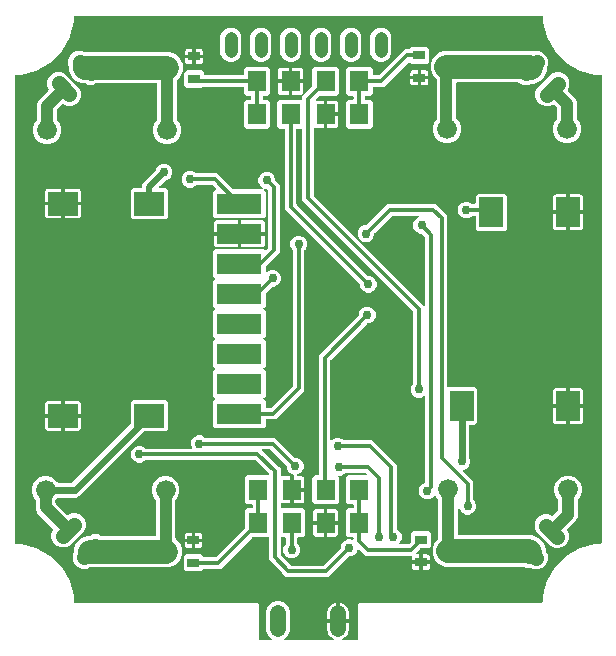
<source format=gtl>
G04 EAGLE Gerber X2 export*
%TF.Part,Single*%
%TF.FileFunction,Copper,L1,Top,Mixed*%
%TF.FilePolarity,Positive*%
%TF.GenerationSoftware,Autodesk,EAGLE,9.0.1*%
%TF.CreationDate,2018-06-02T06:43:15Z*%
G75*
%MOMM*%
%FSLAX34Y34*%
%LPD*%
%AMOC8*
5,1,8,0,0,1.08239X$1,22.5*%
G01*
%ADD10C,1.676400*%
%ADD11C,1.308000*%
%ADD12R,1.000000X0.800000*%
%ADD13C,1.108000*%
%ADD14R,3.810000X1.778000*%
%ADD15R,1.600000X1.803000*%
%ADD16C,1.320800*%
%ADD17R,2.000000X2.500000*%
%ADD18R,2.500000X2.000000*%
%ADD19C,1.000000*%
%ADD20C,0.609600*%
%ADD21C,2.000000*%
%ADD22C,0.756400*%
%ADD23C,0.304800*%
%ADD24C,0.508000*%

G36*
X219274Y1541D02*
X219274Y1541D01*
X219371Y1550D01*
X219393Y1560D01*
X219418Y1564D01*
X219504Y1611D01*
X219593Y1651D01*
X219611Y1668D01*
X219633Y1679D01*
X219700Y1751D01*
X219771Y1818D01*
X219783Y1839D01*
X219800Y1857D01*
X219840Y1947D01*
X219886Y2033D01*
X219890Y2057D01*
X219901Y2080D01*
X219910Y2177D01*
X219926Y2273D01*
X219922Y2298D01*
X219925Y2323D01*
X219903Y2418D01*
X219887Y2514D01*
X219875Y2536D01*
X219870Y2560D01*
X219818Y2643D01*
X219772Y2730D01*
X219754Y2746D01*
X219741Y2768D01*
X219665Y2830D01*
X219594Y2897D01*
X219565Y2912D01*
X219552Y2922D01*
X219529Y2931D01*
X219464Y2966D01*
X219388Y2998D01*
X216601Y5784D01*
X215093Y9425D01*
X215093Y26575D01*
X216601Y30216D01*
X219388Y33003D01*
X223029Y34511D01*
X226971Y34511D01*
X230612Y33003D01*
X233399Y30216D01*
X234907Y26575D01*
X234907Y9425D01*
X233399Y5784D01*
X230612Y2998D01*
X230536Y2966D01*
X230453Y2915D01*
X230367Y2869D01*
X230350Y2850D01*
X230329Y2837D01*
X230267Y2762D01*
X230200Y2690D01*
X230190Y2668D01*
X230174Y2649D01*
X230140Y2557D01*
X230099Y2468D01*
X230097Y2444D01*
X230088Y2420D01*
X230085Y2323D01*
X230075Y2225D01*
X230081Y2201D01*
X230080Y2177D01*
X230108Y2083D01*
X230130Y1988D01*
X230143Y1967D01*
X230151Y1943D01*
X230208Y1864D01*
X230259Y1780D01*
X230278Y1765D01*
X230293Y1745D01*
X230372Y1688D01*
X230448Y1625D01*
X230471Y1617D01*
X230491Y1602D01*
X230585Y1574D01*
X230676Y1539D01*
X230708Y1536D01*
X230724Y1531D01*
X230749Y1532D01*
X230823Y1525D01*
X271968Y1525D01*
X272065Y1541D01*
X272162Y1550D01*
X272185Y1560D01*
X272209Y1564D01*
X272296Y1611D01*
X272384Y1651D01*
X272402Y1668D01*
X272424Y1679D01*
X272491Y1751D01*
X272563Y1818D01*
X272574Y1839D01*
X272591Y1857D01*
X272631Y1946D01*
X272678Y2033D01*
X272682Y2057D01*
X272692Y2080D01*
X272702Y2177D01*
X272718Y2273D01*
X272714Y2298D01*
X272716Y2323D01*
X272694Y2418D01*
X272678Y2514D01*
X272666Y2536D01*
X272661Y2560D01*
X272609Y2644D01*
X272563Y2730D01*
X272545Y2746D01*
X272532Y2768D01*
X272456Y2830D01*
X272385Y2897D01*
X272356Y2912D01*
X272344Y2922D01*
X272320Y2931D01*
X272255Y2966D01*
X271468Y3292D01*
X269971Y4293D01*
X268697Y5567D01*
X267696Y7064D01*
X267007Y8729D01*
X266655Y10495D01*
X266655Y16501D01*
X275050Y16501D01*
X275074Y16505D01*
X275098Y16502D01*
X275194Y16525D01*
X275291Y16540D01*
X275312Y16552D01*
X275336Y16558D01*
X275419Y16609D01*
X275506Y16655D01*
X275523Y16673D01*
X275543Y16686D01*
X275606Y16762D01*
X275673Y16834D01*
X275683Y16856D01*
X275698Y16875D01*
X275733Y16966D01*
X275773Y17056D01*
X275776Y17080D01*
X275785Y17103D01*
X275799Y17250D01*
X275799Y18001D01*
X275801Y18001D01*
X275801Y17250D01*
X275804Y17229D01*
X275802Y17210D01*
X275803Y17208D01*
X275802Y17201D01*
X275825Y17106D01*
X275841Y17009D01*
X275852Y16988D01*
X275858Y16964D01*
X275909Y16880D01*
X275956Y16794D01*
X275973Y16777D01*
X275986Y16756D01*
X276062Y16694D01*
X276134Y16627D01*
X276156Y16617D01*
X276175Y16602D01*
X276267Y16567D01*
X276356Y16526D01*
X276380Y16524D01*
X276403Y16515D01*
X276550Y16501D01*
X284945Y16501D01*
X284945Y10495D01*
X284593Y8729D01*
X283904Y7064D01*
X283485Y6437D01*
X282903Y5567D01*
X281629Y4293D01*
X280132Y3292D01*
X279345Y2966D01*
X279262Y2915D01*
X279176Y2869D01*
X279159Y2850D01*
X279138Y2837D01*
X279076Y2762D01*
X279009Y2690D01*
X278999Y2668D01*
X278983Y2649D01*
X278948Y2557D01*
X278908Y2468D01*
X278906Y2444D01*
X278897Y2420D01*
X278894Y2323D01*
X278884Y2225D01*
X278890Y2201D01*
X278889Y2177D01*
X278917Y2083D01*
X278939Y1988D01*
X278952Y1967D01*
X278959Y1943D01*
X279016Y1864D01*
X279068Y1780D01*
X279087Y1765D01*
X279101Y1745D01*
X279181Y1688D01*
X279256Y1625D01*
X279280Y1617D01*
X279300Y1602D01*
X279393Y1574D01*
X279485Y1539D01*
X279517Y1536D01*
X279533Y1531D01*
X279558Y1532D01*
X279632Y1525D01*
X291726Y1525D01*
X291750Y1529D01*
X291775Y1526D01*
X291870Y1548D01*
X291967Y1564D01*
X291988Y1576D01*
X292012Y1582D01*
X292096Y1633D01*
X292182Y1679D01*
X292199Y1697D01*
X292220Y1710D01*
X292282Y1786D01*
X292349Y1857D01*
X292359Y1880D01*
X292375Y1899D01*
X292409Y1990D01*
X292450Y2080D01*
X292452Y2104D01*
X292461Y2127D01*
X292475Y2274D01*
X292475Y32632D01*
X293368Y33525D01*
X448226Y33525D01*
X448250Y33529D01*
X448275Y33526D01*
X448370Y33548D01*
X448467Y33564D01*
X448488Y33576D01*
X448512Y33582D01*
X448596Y33633D01*
X448682Y33679D01*
X448699Y33697D01*
X448720Y33710D01*
X448782Y33786D01*
X448849Y33857D01*
X448859Y33880D01*
X448875Y33899D01*
X448909Y33990D01*
X448950Y34080D01*
X448952Y34104D01*
X448961Y34127D01*
X448975Y34274D01*
X448975Y38783D01*
X448978Y38793D01*
X449179Y39542D01*
X449580Y41041D01*
X449781Y41790D01*
X450182Y43288D01*
X450182Y43289D01*
X450383Y44038D01*
X450785Y45536D01*
X450985Y46285D01*
X450985Y46286D01*
X451186Y47035D01*
X451387Y47784D01*
X451588Y48533D01*
X451788Y49282D01*
X451789Y49282D01*
X451789Y49283D01*
X451989Y50032D01*
X452391Y51530D01*
X452487Y51888D01*
X459270Y63637D01*
X468863Y73230D01*
X480612Y80013D01*
X493717Y83525D01*
X498226Y83525D01*
X498250Y83529D01*
X498275Y83526D01*
X498370Y83548D01*
X498467Y83564D01*
X498488Y83576D01*
X498512Y83582D01*
X498596Y83633D01*
X498682Y83679D01*
X498699Y83697D01*
X498720Y83710D01*
X498782Y83786D01*
X498849Y83857D01*
X498859Y83880D01*
X498875Y83899D01*
X498909Y83990D01*
X498950Y84080D01*
X498952Y84104D01*
X498961Y84127D01*
X498975Y84274D01*
X498975Y479726D01*
X498971Y479750D01*
X498974Y479775D01*
X498952Y479870D01*
X498936Y479967D01*
X498924Y479988D01*
X498918Y480012D01*
X498867Y480096D01*
X498821Y480182D01*
X498803Y480199D01*
X498790Y480220D01*
X498714Y480282D01*
X498643Y480349D01*
X498620Y480359D01*
X498601Y480375D01*
X498510Y480409D01*
X498420Y480450D01*
X498396Y480452D01*
X498373Y480461D01*
X498226Y480475D01*
X493717Y480475D01*
X480612Y483987D01*
X468863Y490770D01*
X459270Y500363D01*
X452487Y512112D01*
X448975Y525217D01*
X448975Y529726D01*
X448971Y529750D01*
X448974Y529775D01*
X448952Y529870D01*
X448936Y529967D01*
X448924Y529988D01*
X448918Y530012D01*
X448867Y530096D01*
X448821Y530182D01*
X448803Y530199D01*
X448790Y530220D01*
X448714Y530282D01*
X448643Y530349D01*
X448620Y530359D01*
X448601Y530375D01*
X448510Y530409D01*
X448420Y530450D01*
X448396Y530452D01*
X448373Y530461D01*
X448226Y530475D01*
X52774Y530475D01*
X52750Y530471D01*
X52725Y530474D01*
X52630Y530452D01*
X52533Y530436D01*
X52512Y530424D01*
X52488Y530418D01*
X52404Y530367D01*
X52318Y530321D01*
X52301Y530303D01*
X52280Y530290D01*
X52218Y530214D01*
X52151Y530143D01*
X52141Y530120D01*
X52125Y530101D01*
X52091Y530010D01*
X52050Y529920D01*
X52048Y529896D01*
X52039Y529873D01*
X52025Y529726D01*
X52025Y525217D01*
X51885Y524696D01*
X51885Y524695D01*
X51684Y523946D01*
X51283Y522448D01*
X51082Y521699D01*
X51082Y521698D01*
X50681Y520200D01*
X50680Y520200D01*
X50480Y519451D01*
X50279Y518702D01*
X50279Y518701D01*
X50078Y517952D01*
X49677Y516454D01*
X49476Y515705D01*
X49476Y515704D01*
X49075Y514206D01*
X49074Y514206D01*
X48874Y513457D01*
X48513Y512112D01*
X41730Y500363D01*
X32137Y490770D01*
X20388Y483987D01*
X7283Y480475D01*
X2774Y480475D01*
X2750Y480471D01*
X2725Y480474D01*
X2630Y480452D01*
X2533Y480436D01*
X2512Y480424D01*
X2488Y480418D01*
X2404Y480367D01*
X2318Y480321D01*
X2301Y480303D01*
X2280Y480290D01*
X2218Y480214D01*
X2151Y480143D01*
X2141Y480120D01*
X2125Y480101D01*
X2091Y480009D01*
X2050Y479920D01*
X2048Y479896D01*
X2039Y479873D01*
X2025Y479726D01*
X2025Y84274D01*
X2029Y84250D01*
X2026Y84225D01*
X2048Y84130D01*
X2064Y84033D01*
X2076Y84012D01*
X2082Y83988D01*
X2133Y83904D01*
X2179Y83818D01*
X2197Y83801D01*
X2210Y83780D01*
X2286Y83718D01*
X2357Y83651D01*
X2380Y83641D01*
X2399Y83625D01*
X2490Y83591D01*
X2580Y83550D01*
X2604Y83548D01*
X2627Y83539D01*
X2774Y83525D01*
X7283Y83525D01*
X20388Y80013D01*
X32137Y73230D01*
X41730Y63637D01*
X48513Y51888D01*
X52025Y38783D01*
X52025Y34274D01*
X52029Y34250D01*
X52026Y34225D01*
X52048Y34130D01*
X52064Y34033D01*
X52076Y34012D01*
X52082Y33988D01*
X52133Y33904D01*
X52179Y33818D01*
X52197Y33801D01*
X52210Y33780D01*
X52286Y33718D01*
X52357Y33651D01*
X52380Y33641D01*
X52399Y33625D01*
X52490Y33591D01*
X52580Y33550D01*
X52604Y33548D01*
X52627Y33539D01*
X52774Y33525D01*
X207632Y33525D01*
X208525Y32632D01*
X208525Y2274D01*
X208529Y2250D01*
X208526Y2225D01*
X208548Y2130D01*
X208564Y2033D01*
X208576Y2012D01*
X208582Y1988D01*
X208633Y1904D01*
X208679Y1818D01*
X208697Y1801D01*
X208710Y1780D01*
X208786Y1718D01*
X208857Y1651D01*
X208880Y1641D01*
X208899Y1625D01*
X208990Y1591D01*
X209080Y1550D01*
X209104Y1548D01*
X209127Y1539D01*
X209274Y1525D01*
X219177Y1525D01*
X219274Y1541D01*
G37*
%LPC*%
G36*
X441348Y61662D02*
X441348Y61662D01*
X438674Y62770D01*
X438603Y62786D01*
X438535Y62812D01*
X438461Y62820D01*
X438437Y62825D01*
X438420Y62824D01*
X438388Y62827D01*
X436035Y62827D01*
X433589Y63840D01*
X433517Y63857D01*
X433449Y63883D01*
X433375Y63890D01*
X433351Y63896D01*
X433335Y63894D01*
X433302Y63897D01*
X366454Y63897D01*
X361565Y65922D01*
X357822Y69665D01*
X355797Y74554D01*
X355797Y79846D01*
X357822Y84735D01*
X360478Y87391D01*
X360535Y87470D01*
X360597Y87545D01*
X360605Y87569D01*
X360620Y87589D01*
X360648Y87682D01*
X360683Y87774D01*
X360686Y87807D01*
X360691Y87823D01*
X360690Y87847D01*
X360697Y87921D01*
X360697Y120868D01*
X360681Y120964D01*
X360672Y121061D01*
X360662Y121084D01*
X360658Y121108D01*
X360612Y121194D01*
X360571Y121283D01*
X360550Y121309D01*
X360543Y121324D01*
X360524Y121341D01*
X360478Y121398D01*
X359094Y122781D01*
X358705Y123721D01*
X358679Y123762D01*
X358662Y123808D01*
X358615Y123865D01*
X358576Y123928D01*
X358538Y123959D01*
X358507Y123997D01*
X358445Y124036D01*
X358388Y124083D01*
X358342Y124100D01*
X358300Y124126D01*
X358228Y124143D01*
X358159Y124169D01*
X358110Y124170D01*
X358062Y124181D01*
X357989Y124174D01*
X357915Y124177D01*
X357868Y124163D01*
X357820Y124158D01*
X357752Y124127D01*
X357682Y124106D01*
X357642Y124078D01*
X357597Y124057D01*
X357484Y123965D01*
X357483Y123964D01*
X355513Y121994D01*
X352909Y120915D01*
X350091Y120915D01*
X347487Y121994D01*
X345494Y123987D01*
X344415Y126591D01*
X344415Y129409D01*
X345494Y132013D01*
X347487Y134006D01*
X349210Y134720D01*
X349211Y134720D01*
X349299Y134775D01*
X349418Y134849D01*
X349485Y134931D01*
X349573Y135037D01*
X349573Y135038D01*
X349616Y135151D01*
X349659Y135265D01*
X349659Y135266D01*
X349659Y135267D01*
X349673Y135412D01*
X349673Y207353D01*
X349665Y207402D01*
X349667Y207451D01*
X349646Y207521D01*
X349634Y207594D01*
X349610Y207637D01*
X349596Y207684D01*
X349553Y207744D01*
X349519Y207809D01*
X349483Y207843D01*
X349454Y207882D01*
X349394Y207925D01*
X349341Y207976D01*
X349296Y207996D01*
X349256Y208025D01*
X349185Y208046D01*
X349118Y208077D01*
X349069Y208082D01*
X349023Y208096D01*
X348949Y208093D01*
X348875Y208101D01*
X348828Y208090D01*
X348779Y208088D01*
X348639Y208046D01*
X348638Y208046D01*
X348638Y208045D01*
X348637Y208045D01*
X345909Y206915D01*
X343091Y206915D01*
X340487Y207994D01*
X338494Y209987D01*
X337415Y212591D01*
X337415Y215409D01*
X338494Y218013D01*
X339454Y218973D01*
X339511Y219053D01*
X339573Y219128D01*
X339581Y219151D01*
X339596Y219171D01*
X339624Y219265D01*
X339659Y219356D01*
X339662Y219389D01*
X339667Y219405D01*
X339666Y219430D01*
X339673Y219503D01*
X339673Y279690D01*
X339657Y279787D01*
X339648Y279884D01*
X339638Y279906D01*
X339634Y279931D01*
X339588Y280017D01*
X339547Y280106D01*
X339526Y280132D01*
X339519Y280146D01*
X339500Y280163D01*
X339454Y280220D01*
X245673Y374001D01*
X245673Y433933D01*
X245669Y433957D01*
X245672Y433982D01*
X245650Y434077D01*
X245634Y434174D01*
X245622Y434195D01*
X245616Y434219D01*
X245565Y434303D01*
X245519Y434389D01*
X245501Y434406D01*
X245488Y434427D01*
X245412Y434489D01*
X245341Y434556D01*
X245318Y434566D01*
X245299Y434582D01*
X245208Y434616D01*
X245118Y434657D01*
X245094Y434659D01*
X245071Y434668D01*
X244924Y434682D01*
X241296Y434682D01*
X241272Y434678D01*
X241247Y434681D01*
X241152Y434659D01*
X241055Y434643D01*
X241034Y434631D01*
X241010Y434625D01*
X240926Y434574D01*
X240840Y434528D01*
X240823Y434510D01*
X240802Y434497D01*
X240740Y434421D01*
X240673Y434350D01*
X240663Y434327D01*
X240647Y434308D01*
X240613Y434217D01*
X240572Y434127D01*
X240570Y434103D01*
X240561Y434080D01*
X240547Y433933D01*
X240547Y371090D01*
X240563Y370993D01*
X240572Y370896D01*
X240582Y370874D01*
X240586Y370849D01*
X240632Y370763D01*
X240673Y370674D01*
X240694Y370648D01*
X240701Y370634D01*
X240720Y370617D01*
X240766Y370560D01*
X301022Y310304D01*
X301101Y310247D01*
X301176Y310185D01*
X301200Y310177D01*
X301220Y310162D01*
X301314Y310134D01*
X301405Y310099D01*
X301438Y310096D01*
X301454Y310091D01*
X301479Y310092D01*
X301552Y310085D01*
X302909Y310085D01*
X305513Y309006D01*
X307506Y307013D01*
X308585Y304409D01*
X308585Y301591D01*
X307506Y298987D01*
X305513Y296994D01*
X302909Y295915D01*
X300091Y295915D01*
X297487Y296994D01*
X295494Y298987D01*
X294415Y301591D01*
X294415Y302948D01*
X294399Y303045D01*
X294390Y303142D01*
X294380Y303164D01*
X294376Y303189D01*
X294330Y303275D01*
X294289Y303364D01*
X294268Y303390D01*
X294261Y303404D01*
X294242Y303421D01*
X294196Y303478D01*
X230893Y366781D01*
X230893Y433933D01*
X230889Y433957D01*
X230892Y433982D01*
X230870Y434077D01*
X230854Y434174D01*
X230842Y434195D01*
X230836Y434219D01*
X230785Y434303D01*
X230739Y434389D01*
X230721Y434406D01*
X230708Y434427D01*
X230632Y434489D01*
X230561Y434556D01*
X230538Y434566D01*
X230519Y434582D01*
X230428Y434616D01*
X230338Y434657D01*
X230314Y434659D01*
X230291Y434668D01*
X230144Y434682D01*
X226352Y434682D01*
X224417Y436617D01*
X224417Y457383D01*
X226352Y459318D01*
X244924Y459318D01*
X244948Y459322D01*
X244973Y459319D01*
X245068Y459341D01*
X245165Y459357D01*
X245186Y459369D01*
X245210Y459375D01*
X245294Y459426D01*
X245380Y459472D01*
X245397Y459490D01*
X245418Y459503D01*
X245480Y459579D01*
X245547Y459650D01*
X245557Y459673D01*
X245573Y459692D01*
X245607Y459783D01*
X245648Y459873D01*
X245650Y459897D01*
X245659Y459920D01*
X245673Y460067D01*
X245673Y462219D01*
X253758Y470304D01*
X253815Y470383D01*
X253877Y470458D01*
X253885Y470482D01*
X253900Y470502D01*
X253928Y470595D01*
X253963Y470687D01*
X253966Y470720D01*
X253971Y470736D01*
X253970Y470761D01*
X253977Y470834D01*
X253977Y485383D01*
X255912Y487318D01*
X274648Y487318D01*
X276583Y485383D01*
X276583Y464617D01*
X274648Y462682D01*
X260099Y462682D01*
X260002Y462666D01*
X259905Y462657D01*
X259883Y462647D01*
X259858Y462643D01*
X259772Y462597D01*
X259683Y462556D01*
X259657Y462535D01*
X259643Y462528D01*
X259626Y462509D01*
X259569Y462463D01*
X256941Y459835D01*
X256898Y459775D01*
X256848Y459721D01*
X256827Y459677D01*
X256799Y459636D01*
X256777Y459566D01*
X256747Y459499D01*
X256742Y459450D01*
X256728Y459403D01*
X256730Y459330D01*
X256723Y459256D01*
X256734Y459208D01*
X256736Y459159D01*
X256762Y459090D01*
X256778Y459019D01*
X256804Y458977D01*
X256822Y458931D01*
X256868Y458874D01*
X256907Y458811D01*
X256945Y458780D01*
X256976Y458742D01*
X257039Y458703D01*
X257095Y458656D01*
X257141Y458639D01*
X257183Y458613D01*
X257255Y458596D01*
X257324Y458570D01*
X257397Y458563D01*
X257421Y458557D01*
X257438Y458559D01*
X257471Y458556D01*
X263781Y458556D01*
X263781Y447750D01*
X263785Y447726D01*
X263782Y447702D01*
X263805Y447606D01*
X263821Y447509D01*
X263832Y447488D01*
X263838Y447464D01*
X263889Y447381D01*
X263936Y447294D01*
X263953Y447277D01*
X263966Y447257D01*
X264042Y447194D01*
X264114Y447127D01*
X264136Y447117D01*
X264155Y447102D01*
X264246Y447067D01*
X264336Y447026D01*
X264360Y447024D01*
X264383Y447015D01*
X264530Y447001D01*
X265281Y447001D01*
X265281Y446999D01*
X264530Y446999D01*
X264506Y446995D01*
X264482Y446998D01*
X264386Y446975D01*
X264289Y446959D01*
X264268Y446948D01*
X264244Y446942D01*
X264160Y446891D01*
X264074Y446844D01*
X264057Y446827D01*
X264037Y446814D01*
X263974Y446738D01*
X263907Y446666D01*
X263897Y446644D01*
X263882Y446625D01*
X263847Y446534D01*
X263806Y446444D01*
X263804Y446420D01*
X263795Y446397D01*
X263781Y446250D01*
X263781Y435444D01*
X256946Y435444D01*
X256270Y435625D01*
X256151Y435637D01*
X256027Y435649D01*
X255913Y435623D01*
X255790Y435594D01*
X255789Y435594D01*
X255678Y435524D01*
X255582Y435465D01*
X255482Y435344D01*
X255427Y435277D01*
X255380Y435151D01*
X255341Y435049D01*
X255341Y435048D01*
X255327Y434902D01*
X255327Y378310D01*
X255343Y378213D01*
X255352Y378116D01*
X255362Y378094D01*
X255366Y378069D01*
X255412Y377983D01*
X255453Y377894D01*
X255474Y377868D01*
X255481Y377854D01*
X255500Y377837D01*
X255546Y377780D01*
X348394Y284932D01*
X348454Y284889D01*
X348508Y284839D01*
X348552Y284818D01*
X348593Y284790D01*
X348663Y284768D01*
X348730Y284738D01*
X348779Y284733D01*
X348826Y284719D01*
X348899Y284721D01*
X348973Y284714D01*
X349021Y284725D01*
X349070Y284727D01*
X349139Y284753D01*
X349210Y284769D01*
X349252Y284795D01*
X349298Y284813D01*
X349355Y284859D01*
X349418Y284898D01*
X349449Y284936D01*
X349487Y284967D01*
X349526Y285030D01*
X349573Y285086D01*
X349590Y285132D01*
X349616Y285174D01*
X349633Y285246D01*
X349659Y285315D01*
X349666Y285388D01*
X349672Y285412D01*
X349670Y285429D01*
X349673Y285462D01*
X349673Y342690D01*
X349657Y342787D01*
X349648Y342884D01*
X349638Y342906D01*
X349634Y342931D01*
X349588Y343017D01*
X349547Y343106D01*
X349526Y343132D01*
X349519Y343146D01*
X349500Y343163D01*
X349454Y343220D01*
X346978Y345696D01*
X346899Y345753D01*
X346824Y345815D01*
X346800Y345823D01*
X346780Y345838D01*
X346686Y345866D01*
X346595Y345901D01*
X346562Y345904D01*
X346546Y345909D01*
X346521Y345908D01*
X346448Y345915D01*
X345091Y345915D01*
X342487Y346994D01*
X340494Y348987D01*
X339415Y351591D01*
X339415Y354409D01*
X340494Y357013D01*
X342487Y359006D01*
X344239Y359732D01*
X344322Y359783D01*
X344408Y359829D01*
X344425Y359848D01*
X344446Y359861D01*
X344508Y359936D01*
X344575Y360008D01*
X344585Y360030D01*
X344601Y360049D01*
X344635Y360141D01*
X344676Y360230D01*
X344678Y360254D01*
X344687Y360278D01*
X344690Y360375D01*
X344700Y360473D01*
X344694Y360497D01*
X344695Y360521D01*
X344667Y360615D01*
X344644Y360710D01*
X344631Y360731D01*
X344624Y360755D01*
X344567Y360834D01*
X344516Y360918D01*
X344497Y360933D01*
X344482Y360953D01*
X344403Y361010D01*
X344327Y361073D01*
X344304Y361081D01*
X344284Y361096D01*
X344190Y361124D01*
X344099Y361159D01*
X344066Y361162D01*
X344051Y361167D01*
X344026Y361166D01*
X343952Y361173D01*
X321810Y361173D01*
X321713Y361157D01*
X321616Y361148D01*
X321594Y361138D01*
X321569Y361134D01*
X321483Y361088D01*
X321394Y361047D01*
X321368Y361026D01*
X321354Y361019D01*
X321346Y361011D01*
X321345Y361010D01*
X321334Y360999D01*
X321280Y360954D01*
X306804Y346478D01*
X306747Y346399D01*
X306685Y346324D01*
X306677Y346300D01*
X306662Y346280D01*
X306634Y346186D01*
X306599Y346095D01*
X306596Y346062D01*
X306591Y346046D01*
X306592Y346021D01*
X306585Y345948D01*
X306585Y344591D01*
X305506Y341987D01*
X303513Y339994D01*
X300909Y338915D01*
X298091Y338915D01*
X295487Y339994D01*
X293494Y341987D01*
X292415Y344591D01*
X292415Y347409D01*
X293494Y350013D01*
X295487Y352006D01*
X298091Y353085D01*
X299448Y353085D01*
X299545Y353101D01*
X299642Y353110D01*
X299664Y353120D01*
X299689Y353124D01*
X299775Y353170D01*
X299864Y353211D01*
X299890Y353232D01*
X299904Y353239D01*
X299921Y353258D01*
X299978Y353304D01*
X317501Y370827D01*
X358499Y370827D01*
X368327Y360999D01*
X368327Y216552D01*
X368330Y216531D01*
X368328Y216511D01*
X368329Y216509D01*
X368328Y216503D01*
X368350Y216408D01*
X368366Y216311D01*
X368378Y216290D01*
X368384Y216266D01*
X368435Y216182D01*
X368481Y216096D01*
X368499Y216079D01*
X368512Y216058D01*
X368588Y215996D01*
X368659Y215929D01*
X368682Y215919D01*
X368701Y215903D01*
X368792Y215869D01*
X368882Y215828D01*
X368906Y215826D01*
X368929Y215817D01*
X369076Y215803D01*
X391868Y215803D01*
X393803Y213868D01*
X393803Y186132D01*
X391868Y184197D01*
X387600Y184197D01*
X387576Y184193D01*
X387551Y184196D01*
X387456Y184174D01*
X387359Y184158D01*
X387338Y184146D01*
X387314Y184140D01*
X387230Y184089D01*
X387144Y184043D01*
X387127Y184025D01*
X387106Y184012D01*
X387044Y183936D01*
X386977Y183865D01*
X386967Y183842D01*
X386951Y183823D01*
X386917Y183732D01*
X386876Y183642D01*
X386874Y183618D01*
X386865Y183595D01*
X386851Y183448D01*
X386851Y156330D01*
X386863Y156258D01*
X386865Y156185D01*
X386886Y156114D01*
X386890Y156090D01*
X386898Y156075D01*
X386908Y156044D01*
X387585Y154409D01*
X387585Y151591D01*
X386506Y148987D01*
X384513Y146994D01*
X381886Y145905D01*
X381844Y145880D01*
X381798Y145862D01*
X381741Y145816D01*
X381678Y145777D01*
X381647Y145739D01*
X381609Y145708D01*
X381570Y145645D01*
X381524Y145588D01*
X381506Y145542D01*
X381480Y145500D01*
X381464Y145429D01*
X381438Y145360D01*
X381436Y145311D01*
X381425Y145263D01*
X381432Y145190D01*
X381429Y145116D01*
X381444Y145069D01*
X381448Y145020D01*
X381479Y144953D01*
X381500Y144882D01*
X381529Y144842D01*
X381549Y144798D01*
X381642Y144684D01*
X381643Y144683D01*
X390327Y135999D01*
X390327Y120503D01*
X390343Y120407D01*
X390352Y120310D01*
X390362Y120287D01*
X390366Y120262D01*
X390412Y120176D01*
X390453Y120087D01*
X390474Y120062D01*
X390481Y120047D01*
X390500Y120030D01*
X390546Y119973D01*
X391506Y119013D01*
X392585Y116409D01*
X392585Y113591D01*
X391506Y110987D01*
X389513Y108994D01*
X386909Y107915D01*
X384091Y107915D01*
X381487Y108994D01*
X379494Y110987D01*
X378744Y112797D01*
X378693Y112880D01*
X378647Y112966D01*
X378628Y112983D01*
X378615Y113004D01*
X378540Y113066D01*
X378468Y113133D01*
X378446Y113143D01*
X378427Y113159D01*
X378335Y113193D01*
X378246Y113234D01*
X378222Y113236D01*
X378198Y113245D01*
X378101Y113248D01*
X378003Y113258D01*
X377979Y113252D01*
X377955Y113253D01*
X377861Y113225D01*
X377766Y113202D01*
X377745Y113189D01*
X377721Y113182D01*
X377642Y113125D01*
X377558Y113074D01*
X377543Y113055D01*
X377523Y113040D01*
X377466Y112961D01*
X377403Y112885D01*
X377395Y112862D01*
X377380Y112842D01*
X377352Y112748D01*
X377317Y112657D01*
X377314Y112624D01*
X377309Y112608D01*
X377310Y112584D01*
X377303Y112510D01*
X377303Y91252D01*
X377307Y91228D01*
X377304Y91203D01*
X377326Y91108D01*
X377342Y91011D01*
X377354Y90990D01*
X377360Y90966D01*
X377411Y90882D01*
X377457Y90796D01*
X377475Y90779D01*
X377488Y90758D01*
X377564Y90696D01*
X377635Y90629D01*
X377658Y90619D01*
X377677Y90603D01*
X377768Y90569D01*
X377858Y90528D01*
X377882Y90526D01*
X377905Y90517D01*
X378052Y90503D01*
X431723Y90503D01*
X431795Y90515D01*
X431868Y90517D01*
X431939Y90538D01*
X431964Y90542D01*
X431978Y90550D01*
X432010Y90560D01*
X432099Y90597D01*
X436015Y90597D01*
X436104Y90560D01*
X436175Y90543D01*
X436244Y90517D01*
X436317Y90510D01*
X436342Y90504D01*
X436358Y90506D01*
X436391Y90503D01*
X440257Y90503D01*
X445146Y88478D01*
X449959Y83665D01*
X451984Y78776D01*
X451984Y76423D01*
X451986Y76409D01*
X451986Y76401D01*
X451993Y76370D01*
X451996Y76351D01*
X451998Y76278D01*
X452020Y76207D01*
X452024Y76183D01*
X452032Y76168D01*
X452041Y76137D01*
X453148Y73463D01*
X453148Y69547D01*
X451650Y65930D01*
X448881Y63161D01*
X445264Y61662D01*
X441348Y61662D01*
G37*
%LPD*%
%LPC*%
G36*
X233411Y55173D02*
X233411Y55173D01*
X233400Y55171D01*
X233379Y55173D01*
X231453Y55173D01*
X231422Y55195D01*
X231344Y55219D01*
X231328Y55226D01*
X230024Y56649D01*
X230015Y56656D01*
X230002Y56672D01*
X228640Y58034D01*
X228634Y58072D01*
X228595Y58144D01*
X228565Y58219D01*
X228530Y58266D01*
X228519Y58287D01*
X228503Y58301D01*
X228476Y58337D01*
X219024Y68649D01*
X219015Y68656D01*
X219002Y68672D01*
X217640Y70034D01*
X217634Y70072D01*
X217595Y70144D01*
X217589Y70160D01*
X217673Y72089D01*
X217671Y72100D01*
X217673Y72121D01*
X217673Y87933D01*
X217669Y87957D01*
X217672Y87982D01*
X217650Y88077D01*
X217634Y88174D01*
X217622Y88195D01*
X217616Y88219D01*
X217565Y88303D01*
X217519Y88389D01*
X217501Y88406D01*
X217488Y88427D01*
X217412Y88489D01*
X217341Y88556D01*
X217318Y88566D01*
X217299Y88582D01*
X217208Y88616D01*
X217118Y88657D01*
X217094Y88659D01*
X217071Y88668D01*
X216924Y88682D01*
X203099Y88682D01*
X203002Y88666D01*
X202905Y88657D01*
X202883Y88647D01*
X202858Y88643D01*
X202772Y88597D01*
X202683Y88556D01*
X202657Y88535D01*
X202643Y88528D01*
X202626Y88509D01*
X202569Y88463D01*
X176479Y62373D01*
X162452Y62373D01*
X162428Y62369D01*
X162403Y62372D01*
X162308Y62350D01*
X162211Y62334D01*
X162190Y62322D01*
X162166Y62316D01*
X162082Y62265D01*
X161996Y62219D01*
X161979Y62201D01*
X161958Y62188D01*
X161896Y62112D01*
X161829Y62041D01*
X161819Y62018D01*
X161803Y61999D01*
X161769Y61908D01*
X161761Y61890D01*
X159768Y59897D01*
X147032Y59897D01*
X145097Y61832D01*
X145097Y72568D01*
X147032Y74503D01*
X159768Y74503D01*
X161750Y72520D01*
X161754Y72514D01*
X161760Y72490D01*
X161811Y72406D01*
X161857Y72320D01*
X161875Y72303D01*
X161888Y72282D01*
X161964Y72220D01*
X162035Y72153D01*
X162058Y72143D01*
X162077Y72127D01*
X162168Y72093D01*
X162258Y72052D01*
X162282Y72050D01*
X162305Y72041D01*
X162452Y72027D01*
X172170Y72027D01*
X172267Y72043D01*
X172364Y72052D01*
X172386Y72062D01*
X172411Y72066D01*
X172497Y72112D01*
X172586Y72153D01*
X172612Y72174D01*
X172626Y72181D01*
X172643Y72200D01*
X172700Y72246D01*
X196758Y96304D01*
X196815Y96383D01*
X196877Y96458D01*
X196885Y96482D01*
X196900Y96502D01*
X196928Y96596D01*
X196963Y96687D01*
X196966Y96720D01*
X196971Y96736D01*
X196970Y96761D01*
X196977Y96834D01*
X196977Y111383D01*
X198912Y113318D01*
X202704Y113318D01*
X202728Y113322D01*
X202753Y113319D01*
X202848Y113341D01*
X202945Y113357D01*
X202966Y113369D01*
X202990Y113375D01*
X203074Y113426D01*
X203160Y113472D01*
X203177Y113490D01*
X203198Y113503D01*
X203260Y113579D01*
X203327Y113650D01*
X203337Y113673D01*
X203353Y113692D01*
X203387Y113783D01*
X203428Y113873D01*
X203430Y113897D01*
X203439Y113920D01*
X203453Y114067D01*
X203453Y115933D01*
X203449Y115957D01*
X203452Y115982D01*
X203430Y116077D01*
X203414Y116174D01*
X203402Y116195D01*
X203396Y116219D01*
X203345Y116303D01*
X203299Y116389D01*
X203281Y116406D01*
X203268Y116427D01*
X203192Y116489D01*
X203121Y116556D01*
X203098Y116566D01*
X203079Y116582D01*
X202988Y116616D01*
X202898Y116657D01*
X202874Y116659D01*
X202851Y116668D01*
X202704Y116682D01*
X198912Y116682D01*
X196977Y118617D01*
X196977Y139383D01*
X198912Y141318D01*
X216924Y141318D01*
X216948Y141322D01*
X216973Y141319D01*
X217068Y141341D01*
X217165Y141357D01*
X217186Y141369D01*
X217210Y141375D01*
X217294Y141426D01*
X217380Y141472D01*
X217397Y141490D01*
X217418Y141503D01*
X217480Y141579D01*
X217547Y141650D01*
X217557Y141673D01*
X217573Y141692D01*
X217607Y141783D01*
X217648Y141873D01*
X217650Y141897D01*
X217659Y141920D01*
X217673Y142067D01*
X217673Y142577D01*
X217655Y142686D01*
X217641Y142795D01*
X217636Y142806D01*
X217634Y142818D01*
X217581Y142915D01*
X217533Y143014D01*
X217523Y143025D01*
X217519Y143033D01*
X217504Y143047D01*
X217435Y143125D01*
X205813Y153972D01*
X205743Y154019D01*
X205677Y154073D01*
X205642Y154086D01*
X205610Y154107D01*
X205528Y154129D01*
X205449Y154159D01*
X205396Y154164D01*
X205374Y154170D01*
X205352Y154168D01*
X205302Y154173D01*
X113003Y154173D01*
X112907Y154157D01*
X112810Y154148D01*
X112787Y154138D01*
X112762Y154134D01*
X112676Y154088D01*
X112587Y154047D01*
X112562Y154026D01*
X112547Y154019D01*
X112530Y154000D01*
X112473Y153954D01*
X111513Y152994D01*
X108909Y151915D01*
X106091Y151915D01*
X103487Y152994D01*
X101494Y154987D01*
X100415Y157591D01*
X100415Y160409D01*
X101494Y163013D01*
X103487Y165006D01*
X106091Y166085D01*
X108909Y166085D01*
X111513Y165006D01*
X112473Y164046D01*
X112553Y163989D01*
X112628Y163927D01*
X112651Y163919D01*
X112671Y163904D01*
X112765Y163876D01*
X112856Y163841D01*
X112889Y163838D01*
X112905Y163833D01*
X112930Y163834D01*
X113003Y163827D01*
X151439Y163827D01*
X151487Y163835D01*
X151536Y163833D01*
X151607Y163854D01*
X151680Y163866D01*
X151723Y163890D01*
X151770Y163904D01*
X151830Y163947D01*
X151895Y163981D01*
X151928Y164017D01*
X151968Y164046D01*
X152011Y164106D01*
X152062Y164159D01*
X152082Y164204D01*
X152111Y164244D01*
X152132Y164315D01*
X152162Y164382D01*
X152167Y164431D01*
X152182Y164477D01*
X152179Y164551D01*
X152187Y164625D01*
X152175Y164672D01*
X152174Y164721D01*
X152131Y164861D01*
X152131Y164862D01*
X152131Y164863D01*
X151415Y166591D01*
X151415Y169409D01*
X152494Y172013D01*
X154487Y174006D01*
X157091Y175085D01*
X159909Y175085D01*
X162513Y174006D01*
X163473Y173046D01*
X163553Y172989D01*
X163628Y172927D01*
X163651Y172919D01*
X163671Y172904D01*
X163765Y172876D01*
X163856Y172841D01*
X163889Y172838D01*
X163905Y172833D01*
X163930Y172834D01*
X164003Y172827D01*
X222499Y172827D01*
X239022Y156304D01*
X239101Y156247D01*
X239176Y156185D01*
X239200Y156177D01*
X239220Y156162D01*
X239314Y156134D01*
X239405Y156099D01*
X239438Y156096D01*
X239454Y156091D01*
X239479Y156092D01*
X239552Y156085D01*
X240909Y156085D01*
X243513Y155006D01*
X245506Y153013D01*
X246585Y150409D01*
X246585Y147591D01*
X245506Y144987D01*
X243513Y142994D01*
X241107Y141997D01*
X241024Y141946D01*
X240938Y141899D01*
X240921Y141881D01*
X240900Y141868D01*
X240838Y141793D01*
X240771Y141721D01*
X240761Y141699D01*
X240745Y141680D01*
X240710Y141588D01*
X240670Y141499D01*
X240668Y141475D01*
X240659Y141451D01*
X240656Y141353D01*
X240646Y141256D01*
X240652Y141232D01*
X240651Y141208D01*
X240679Y141114D01*
X240701Y141019D01*
X240714Y140998D01*
X240722Y140974D01*
X240778Y140895D01*
X240830Y140811D01*
X240849Y140796D01*
X240864Y140776D01*
X240943Y140719D01*
X241018Y140656D01*
X241042Y140648D01*
X241062Y140633D01*
X241155Y140605D01*
X241247Y140570D01*
X241279Y140567D01*
X241295Y140562D01*
X241320Y140563D01*
X241394Y140556D01*
X245054Y140556D01*
X245701Y140383D01*
X246280Y140048D01*
X246753Y139575D01*
X247088Y138996D01*
X247261Y138349D01*
X247261Y130499D01*
X238219Y130499D01*
X238219Y140878D01*
X238229Y140888D01*
X238270Y140977D01*
X238316Y141064D01*
X238320Y141088D01*
X238330Y141111D01*
X238340Y141208D01*
X238356Y141304D01*
X238352Y141329D01*
X238354Y141353D01*
X238332Y141449D01*
X238316Y141545D01*
X238304Y141567D01*
X238299Y141591D01*
X238247Y141674D01*
X238201Y141760D01*
X238183Y141777D01*
X238170Y141798D01*
X238095Y141861D01*
X238023Y141927D01*
X237994Y141943D01*
X237982Y141953D01*
X237958Y141962D01*
X237893Y141997D01*
X235487Y142994D01*
X233494Y144987D01*
X232415Y147591D01*
X232415Y148948D01*
X232399Y149045D01*
X232390Y149142D01*
X232380Y149164D01*
X232376Y149189D01*
X232330Y149275D01*
X232289Y149364D01*
X232268Y149390D01*
X232261Y149404D01*
X232242Y149421D01*
X232196Y149478D01*
X218720Y162954D01*
X218641Y163011D01*
X218566Y163073D01*
X218542Y163081D01*
X218522Y163096D01*
X218428Y163124D01*
X218337Y163159D01*
X218304Y163162D01*
X218288Y163167D01*
X218263Y163166D01*
X218190Y163173D01*
X212004Y163173D01*
X211918Y163159D01*
X211832Y163153D01*
X211799Y163139D01*
X211763Y163134D01*
X211687Y163093D01*
X211607Y163060D01*
X211580Y163036D01*
X211548Y163019D01*
X211489Y162956D01*
X211424Y162899D01*
X211406Y162867D01*
X211381Y162841D01*
X211345Y162762D01*
X211302Y162687D01*
X211295Y162651D01*
X211280Y162618D01*
X211271Y162532D01*
X211255Y162448D01*
X211259Y162412D01*
X211256Y162375D01*
X211275Y162291D01*
X211287Y162206D01*
X211303Y162173D01*
X211311Y162138D01*
X211357Y162064D01*
X211395Y161987D01*
X211428Y161949D01*
X211440Y161930D01*
X211457Y161916D01*
X211492Y161876D01*
X224187Y150028D01*
X224257Y149981D01*
X224323Y149927D01*
X224358Y149914D01*
X224390Y149893D01*
X224449Y149877D01*
X225845Y148481D01*
X225853Y148475D01*
X225864Y148463D01*
X227296Y147127D01*
X227296Y147124D01*
X227327Y147071D01*
X227327Y145096D01*
X227328Y145087D01*
X227327Y145070D01*
X227395Y143113D01*
X227393Y143110D01*
X227371Y143028D01*
X227341Y142949D01*
X227336Y142896D01*
X227330Y142875D01*
X227332Y142852D01*
X227327Y142802D01*
X227327Y141248D01*
X227357Y141064D01*
X227366Y141008D01*
X227453Y140846D01*
X227481Y140793D01*
X227481Y140792D01*
X227606Y140676D01*
X227659Y140626D01*
X227782Y140570D01*
X227881Y140525D01*
X227882Y140525D01*
X228028Y140510D01*
X228124Y140501D01*
X228125Y140501D01*
X228270Y140525D01*
X228386Y140556D01*
X235221Y140556D01*
X235221Y129750D01*
X235225Y129726D01*
X235222Y129702D01*
X235245Y129606D01*
X235261Y129509D01*
X235272Y129488D01*
X235278Y129464D01*
X235329Y129381D01*
X235376Y129294D01*
X235393Y129277D01*
X235406Y129257D01*
X235482Y129194D01*
X235554Y129127D01*
X235576Y129117D01*
X235595Y129102D01*
X235686Y129067D01*
X235776Y129026D01*
X235800Y129024D01*
X235823Y129015D01*
X235970Y129001D01*
X236721Y129001D01*
X236721Y128999D01*
X235970Y128999D01*
X235946Y128995D01*
X235922Y128998D01*
X235826Y128975D01*
X235729Y128959D01*
X235708Y128948D01*
X235684Y128942D01*
X235600Y128891D01*
X235514Y128844D01*
X235497Y128827D01*
X235477Y128814D01*
X235414Y128738D01*
X235347Y128666D01*
X235337Y128644D01*
X235322Y128625D01*
X235287Y128534D01*
X235246Y128444D01*
X235244Y128420D01*
X235235Y128397D01*
X235221Y128250D01*
X235221Y117444D01*
X228386Y117444D01*
X228270Y117475D01*
X228180Y117484D01*
X228027Y117499D01*
X227947Y117481D01*
X227790Y117444D01*
X227678Y117374D01*
X227582Y117315D01*
X227493Y117206D01*
X227427Y117127D01*
X227377Y116992D01*
X227341Y116899D01*
X227341Y116898D01*
X227327Y116752D01*
X227327Y114067D01*
X227331Y114043D01*
X227328Y114018D01*
X227350Y113923D01*
X227366Y113826D01*
X227378Y113805D01*
X227384Y113781D01*
X227435Y113697D01*
X227481Y113611D01*
X227499Y113594D01*
X227512Y113573D01*
X227588Y113511D01*
X227659Y113444D01*
X227682Y113434D01*
X227701Y113418D01*
X227792Y113384D01*
X227882Y113343D01*
X227906Y113341D01*
X227929Y113332D01*
X228076Y113318D01*
X246088Y113318D01*
X248023Y111383D01*
X248023Y90617D01*
X246088Y88682D01*
X242076Y88682D01*
X242052Y88678D01*
X242027Y88681D01*
X241932Y88659D01*
X241835Y88643D01*
X241814Y88631D01*
X241790Y88625D01*
X241706Y88574D01*
X241620Y88528D01*
X241603Y88510D01*
X241582Y88497D01*
X241520Y88421D01*
X241453Y88350D01*
X241443Y88327D01*
X241427Y88308D01*
X241393Y88217D01*
X241352Y88127D01*
X241350Y88103D01*
X241341Y88080D01*
X241327Y87933D01*
X241327Y83503D01*
X241343Y83407D01*
X241352Y83310D01*
X241362Y83287D01*
X241366Y83262D01*
X241412Y83176D01*
X241453Y83087D01*
X241474Y83062D01*
X241481Y83047D01*
X241500Y83030D01*
X241546Y82973D01*
X242506Y82013D01*
X243585Y79409D01*
X243585Y76591D01*
X242506Y73987D01*
X240513Y71994D01*
X237909Y70915D01*
X235091Y70915D01*
X232487Y71994D01*
X230494Y73987D01*
X229415Y76591D01*
X229415Y79409D01*
X230494Y82013D01*
X231454Y82973D01*
X231511Y83053D01*
X231573Y83128D01*
X231581Y83151D01*
X231596Y83171D01*
X231624Y83265D01*
X231659Y83356D01*
X231662Y83389D01*
X231667Y83405D01*
X231666Y83430D01*
X231673Y83503D01*
X231673Y87933D01*
X231669Y87957D01*
X231672Y87982D01*
X231650Y88077D01*
X231634Y88174D01*
X231622Y88195D01*
X231616Y88219D01*
X231565Y88303D01*
X231519Y88389D01*
X231501Y88406D01*
X231488Y88427D01*
X231412Y88489D01*
X231341Y88556D01*
X231318Y88566D01*
X231299Y88582D01*
X231208Y88616D01*
X231118Y88657D01*
X231094Y88659D01*
X231071Y88668D01*
X230924Y88682D01*
X228076Y88682D01*
X228052Y88678D01*
X228027Y88681D01*
X227932Y88659D01*
X227835Y88643D01*
X227814Y88631D01*
X227790Y88625D01*
X227706Y88574D01*
X227620Y88528D01*
X227603Y88510D01*
X227582Y88497D01*
X227520Y88421D01*
X227453Y88350D01*
X227443Y88327D01*
X227427Y88308D01*
X227393Y88217D01*
X227352Y88127D01*
X227350Y88103D01*
X227341Y88080D01*
X227327Y87933D01*
X227327Y74169D01*
X227329Y74157D01*
X227328Y74153D01*
X227332Y74139D01*
X227340Y74089D01*
X227344Y74007D01*
X227360Y73969D01*
X227366Y73928D01*
X227405Y73856D01*
X227435Y73781D01*
X227470Y73734D01*
X227481Y73713D01*
X227497Y73699D01*
X227524Y73663D01*
X235401Y65070D01*
X235490Y65000D01*
X235578Y64927D01*
X235586Y64924D01*
X235593Y64919D01*
X235700Y64881D01*
X235806Y64841D01*
X235817Y64840D01*
X235823Y64838D01*
X235840Y64838D01*
X235953Y64827D01*
X263190Y64827D01*
X263287Y64843D01*
X263384Y64852D01*
X263406Y64862D01*
X263431Y64866D01*
X263517Y64912D01*
X263606Y64953D01*
X263632Y64974D01*
X263646Y64981D01*
X263663Y65000D01*
X263720Y65046D01*
X278196Y79522D01*
X278253Y79601D01*
X278315Y79676D01*
X278323Y79700D01*
X278338Y79720D01*
X278366Y79814D01*
X278401Y79905D01*
X278404Y79938D01*
X278409Y79954D01*
X278408Y79979D01*
X278415Y80052D01*
X278415Y81409D01*
X279494Y84013D01*
X281487Y86006D01*
X284091Y87085D01*
X286909Y87085D01*
X287857Y86692D01*
X287905Y86681D01*
X287950Y86661D01*
X288023Y86653D01*
X288095Y86637D01*
X288144Y86641D01*
X288193Y86637D01*
X288264Y86653D01*
X288338Y86660D01*
X288382Y86681D01*
X288430Y86692D01*
X288493Y86731D01*
X288560Y86761D01*
X288596Y86795D01*
X288638Y86820D01*
X288684Y86877D01*
X288738Y86928D01*
X288761Y86971D01*
X288793Y87009D01*
X288819Y87078D01*
X288853Y87143D01*
X288861Y87191D01*
X288879Y87237D01*
X288893Y87383D01*
X288893Y87384D01*
X288893Y87933D01*
X288889Y87957D01*
X288892Y87982D01*
X288870Y88077D01*
X288854Y88174D01*
X288842Y88195D01*
X288836Y88219D01*
X288785Y88303D01*
X288739Y88389D01*
X288721Y88406D01*
X288708Y88427D01*
X288632Y88489D01*
X288561Y88556D01*
X288538Y88566D01*
X288519Y88582D01*
X288428Y88616D01*
X288338Y88657D01*
X288314Y88659D01*
X288291Y88668D01*
X288144Y88682D01*
X284352Y88682D01*
X282417Y90617D01*
X282417Y111383D01*
X284352Y113318D01*
X288144Y113318D01*
X288168Y113322D01*
X288193Y113319D01*
X288288Y113341D01*
X288385Y113357D01*
X288406Y113369D01*
X288430Y113375D01*
X288514Y113426D01*
X288600Y113472D01*
X288617Y113490D01*
X288638Y113503D01*
X288700Y113579D01*
X288767Y113650D01*
X288777Y113673D01*
X288793Y113692D01*
X288827Y113783D01*
X288868Y113873D01*
X288870Y113897D01*
X288879Y113920D01*
X288893Y114067D01*
X288893Y115933D01*
X288889Y115957D01*
X288892Y115982D01*
X288870Y116077D01*
X288854Y116174D01*
X288842Y116195D01*
X288836Y116219D01*
X288785Y116303D01*
X288739Y116389D01*
X288721Y116406D01*
X288708Y116427D01*
X288632Y116489D01*
X288561Y116556D01*
X288538Y116566D01*
X288519Y116582D01*
X288428Y116616D01*
X288338Y116657D01*
X288314Y116659D01*
X288291Y116668D01*
X288144Y116682D01*
X284352Y116682D01*
X282417Y118617D01*
X282417Y139383D01*
X284352Y141318D01*
X299547Y141318D01*
X299620Y141330D01*
X299693Y141332D01*
X299739Y141349D01*
X299788Y141357D01*
X299853Y141392D01*
X299922Y141418D01*
X299960Y141449D01*
X300003Y141472D01*
X300054Y141526D01*
X300110Y141573D01*
X300137Y141615D01*
X300170Y141650D01*
X300201Y141717D01*
X300239Y141780D01*
X300251Y141828D01*
X300271Y141873D01*
X300278Y141946D01*
X300295Y142017D01*
X300290Y142066D01*
X300295Y142116D01*
X300278Y142187D01*
X300271Y142260D01*
X300251Y142305D01*
X300240Y142353D01*
X300201Y142416D01*
X300171Y142483D01*
X300124Y142539D01*
X300111Y142561D01*
X300098Y142571D01*
X300077Y142597D01*
X299720Y142954D01*
X299641Y143011D01*
X299566Y143073D01*
X299542Y143081D01*
X299522Y143096D01*
X299428Y143124D01*
X299337Y143159D01*
X299304Y143162D01*
X299288Y143167D01*
X299263Y143166D01*
X299190Y143173D01*
X282003Y143173D01*
X281907Y143157D01*
X281810Y143148D01*
X281787Y143138D01*
X281762Y143134D01*
X281676Y143088D01*
X281587Y143047D01*
X281562Y143026D01*
X281547Y143019D01*
X281530Y143000D01*
X281473Y142954D01*
X280513Y141994D01*
X277909Y140915D01*
X276859Y140915D01*
X276787Y140903D01*
X276713Y140901D01*
X276667Y140884D01*
X276619Y140876D01*
X276554Y140841D01*
X276485Y140815D01*
X276447Y140784D01*
X276403Y140761D01*
X276353Y140707D01*
X276296Y140660D01*
X276270Y140618D01*
X276237Y140583D01*
X276206Y140516D01*
X276167Y140453D01*
X276156Y140405D01*
X276136Y140360D01*
X276128Y140287D01*
X276112Y140216D01*
X276117Y140167D01*
X276112Y140117D01*
X276128Y140046D01*
X276135Y139973D01*
X276156Y139928D01*
X276167Y139880D01*
X276206Y139817D01*
X276236Y139750D01*
X276282Y139694D01*
X276296Y139672D01*
X276309Y139662D01*
X276330Y139636D01*
X276583Y139383D01*
X276583Y118617D01*
X274648Y116682D01*
X255912Y116682D01*
X253977Y118617D01*
X253977Y139383D01*
X255912Y141318D01*
X258924Y141318D01*
X258948Y141322D01*
X258973Y141319D01*
X259068Y141341D01*
X259165Y141357D01*
X259186Y141369D01*
X259210Y141375D01*
X259294Y141426D01*
X259380Y141472D01*
X259397Y141490D01*
X259418Y141503D01*
X259480Y141579D01*
X259547Y141650D01*
X259557Y141673D01*
X259573Y141692D01*
X259607Y141783D01*
X259648Y141873D01*
X259650Y141897D01*
X259659Y141920D01*
X259673Y142067D01*
X259673Y242999D01*
X293196Y276522D01*
X293253Y276601D01*
X293315Y276676D01*
X293323Y276700D01*
X293338Y276720D01*
X293366Y276814D01*
X293401Y276905D01*
X293404Y276938D01*
X293409Y276954D01*
X293408Y276979D01*
X293415Y277052D01*
X293415Y278409D01*
X294494Y281013D01*
X296487Y283006D01*
X299091Y284085D01*
X301909Y284085D01*
X304513Y283006D01*
X306506Y281013D01*
X307585Y278409D01*
X307585Y275591D01*
X306506Y272987D01*
X304513Y270994D01*
X301909Y269915D01*
X300552Y269915D01*
X300455Y269899D01*
X300358Y269890D01*
X300336Y269880D01*
X300311Y269876D01*
X300225Y269830D01*
X300136Y269789D01*
X300110Y269768D01*
X300096Y269761D01*
X300079Y269742D01*
X300022Y269696D01*
X269546Y239220D01*
X269489Y239141D01*
X269427Y239066D01*
X269419Y239042D01*
X269404Y239022D01*
X269376Y238928D01*
X269341Y238837D01*
X269338Y238804D01*
X269333Y238788D01*
X269334Y238763D01*
X269327Y238690D01*
X269327Y171655D01*
X269339Y171582D01*
X269341Y171509D01*
X269358Y171463D01*
X269366Y171414D01*
X269401Y171349D01*
X269427Y171281D01*
X269458Y171242D01*
X269481Y171199D01*
X269535Y171149D01*
X269582Y171092D01*
X269624Y171066D01*
X269659Y171032D01*
X269726Y171002D01*
X269789Y170963D01*
X269837Y170952D01*
X269882Y170931D01*
X269955Y170924D01*
X270026Y170907D01*
X270075Y170912D01*
X270125Y170907D01*
X270196Y170924D01*
X270269Y170931D01*
X270314Y170951D01*
X270362Y170962D01*
X270425Y171001D01*
X270492Y171031D01*
X270548Y171078D01*
X270570Y171091D01*
X270580Y171104D01*
X270606Y171125D01*
X271487Y172006D01*
X274091Y173085D01*
X276909Y173085D01*
X279513Y172006D01*
X280473Y171046D01*
X280553Y170989D01*
X280628Y170927D01*
X280651Y170919D01*
X280671Y170904D01*
X280765Y170876D01*
X280856Y170841D01*
X280889Y170838D01*
X280905Y170833D01*
X280930Y170834D01*
X281003Y170827D01*
X304499Y170827D01*
X325327Y149999D01*
X325327Y95998D01*
X325353Y95841D01*
X325366Y95758D01*
X325366Y95757D01*
X325438Y95623D01*
X325481Y95543D01*
X325481Y95542D01*
X325582Y95448D01*
X325659Y95376D01*
X325659Y95375D01*
X325660Y95375D01*
X325789Y95306D01*
X326513Y95006D01*
X328506Y93013D01*
X329585Y90409D01*
X329585Y87591D01*
X328506Y84987D01*
X327625Y84106D01*
X327582Y84046D01*
X327532Y83992D01*
X327512Y83948D01*
X327483Y83907D01*
X327462Y83837D01*
X327431Y83770D01*
X327426Y83721D01*
X327412Y83674D01*
X327414Y83601D01*
X327407Y83527D01*
X327418Y83479D01*
X327420Y83430D01*
X327446Y83361D01*
X327462Y83290D01*
X327489Y83248D01*
X327506Y83202D01*
X327552Y83145D01*
X327591Y83082D01*
X327629Y83051D01*
X327661Y83013D01*
X327723Y82974D01*
X327780Y82927D01*
X327826Y82910D01*
X327868Y82884D01*
X327939Y82867D01*
X328008Y82841D01*
X328081Y82834D01*
X328105Y82828D01*
X328122Y82830D01*
X328155Y82827D01*
X335090Y82827D01*
X335187Y82843D01*
X335284Y82852D01*
X335306Y82862D01*
X335331Y82866D01*
X335417Y82912D01*
X335506Y82953D01*
X335532Y82974D01*
X335546Y82981D01*
X335563Y83000D01*
X335620Y83046D01*
X337578Y85004D01*
X337635Y85083D01*
X337697Y85158D01*
X337705Y85182D01*
X337720Y85202D01*
X337748Y85296D01*
X337783Y85387D01*
X337786Y85420D01*
X337791Y85436D01*
X337790Y85461D01*
X337797Y85534D01*
X337797Y92068D01*
X339732Y94003D01*
X352468Y94003D01*
X354403Y92068D01*
X354403Y81332D01*
X352468Y79397D01*
X345934Y79397D01*
X345837Y79381D01*
X345740Y79372D01*
X345718Y79362D01*
X345693Y79358D01*
X345607Y79312D01*
X345518Y79271D01*
X345492Y79250D01*
X345478Y79243D01*
X345461Y79224D01*
X345404Y79178D01*
X341746Y75520D01*
X341703Y75460D01*
X341653Y75406D01*
X341632Y75362D01*
X341604Y75321D01*
X341582Y75251D01*
X341552Y75184D01*
X341547Y75135D01*
X341533Y75088D01*
X341535Y75015D01*
X341528Y74941D01*
X341539Y74893D01*
X341541Y74844D01*
X341567Y74775D01*
X341583Y74704D01*
X341609Y74662D01*
X341627Y74616D01*
X341673Y74559D01*
X341712Y74496D01*
X341750Y74465D01*
X341781Y74427D01*
X341844Y74388D01*
X341900Y74341D01*
X341946Y74324D01*
X341988Y74298D01*
X342060Y74281D01*
X342129Y74255D01*
X342202Y74248D01*
X342226Y74242D01*
X342243Y74244D01*
X342276Y74241D01*
X344601Y74241D01*
X344601Y69199D01*
X338559Y69199D01*
X338559Y72035D01*
X338612Y72230D01*
X338617Y72287D01*
X338636Y72473D01*
X338618Y72549D01*
X338580Y72710D01*
X338580Y72711D01*
X338549Y72761D01*
X338452Y72918D01*
X338389Y72969D01*
X338263Y73073D01*
X338138Y73120D01*
X338035Y73159D01*
X338034Y73159D01*
X337888Y73173D01*
X299501Y73173D01*
X296454Y76220D01*
X293817Y78857D01*
X293777Y78886D01*
X293743Y78922D01*
X293678Y78957D01*
X293618Y79000D01*
X293571Y79014D01*
X293528Y79037D01*
X293455Y79049D01*
X293385Y79070D01*
X293336Y79069D01*
X293287Y79077D01*
X293215Y79065D01*
X293141Y79063D01*
X293095Y79045D01*
X293047Y79037D01*
X292982Y79003D01*
X292912Y78977D01*
X292874Y78946D01*
X292831Y78923D01*
X292781Y78869D01*
X292724Y78822D01*
X292698Y78780D01*
X292664Y78745D01*
X292595Y78616D01*
X292595Y78615D01*
X292595Y78614D01*
X291506Y75987D01*
X289513Y73994D01*
X286909Y72915D01*
X285552Y72915D01*
X285455Y72899D01*
X285358Y72890D01*
X285336Y72880D01*
X285311Y72876D01*
X285225Y72830D01*
X285136Y72789D01*
X285110Y72768D01*
X285096Y72761D01*
X285079Y72742D01*
X285022Y72696D01*
X267499Y55173D01*
X235669Y55173D01*
X235589Y55160D01*
X235507Y55156D01*
X235469Y55140D01*
X235428Y55134D01*
X235356Y55095D01*
X235340Y55089D01*
X233411Y55173D01*
G37*
%LPD*%
%LPC*%
G36*
X171882Y181207D02*
X171882Y181207D01*
X169947Y183142D01*
X169947Y203658D01*
X171859Y205570D01*
X171874Y205590D01*
X171893Y205606D01*
X171944Y205689D01*
X172002Y205769D01*
X172009Y205792D01*
X172022Y205813D01*
X172044Y205908D01*
X172072Y206002D01*
X172072Y206027D01*
X172077Y206050D01*
X172068Y206148D01*
X172065Y206246D01*
X172056Y206269D01*
X172054Y206293D01*
X172013Y206382D01*
X171979Y206474D01*
X171963Y206493D01*
X171953Y206516D01*
X171859Y206630D01*
X169947Y208542D01*
X169947Y229058D01*
X171859Y230970D01*
X171874Y230990D01*
X171893Y231006D01*
X171944Y231089D01*
X172002Y231169D01*
X172009Y231192D01*
X172022Y231213D01*
X172044Y231308D01*
X172072Y231402D01*
X172072Y231427D01*
X172077Y231450D01*
X172068Y231548D01*
X172065Y231646D01*
X172056Y231669D01*
X172054Y231693D01*
X172013Y231782D01*
X171979Y231874D01*
X171963Y231893D01*
X171953Y231916D01*
X171859Y232030D01*
X169947Y233942D01*
X169947Y254458D01*
X171859Y256370D01*
X171874Y256390D01*
X171893Y256406D01*
X171944Y256489D01*
X172002Y256569D01*
X172009Y256592D01*
X172022Y256613D01*
X172044Y256708D01*
X172072Y256802D01*
X172072Y256827D01*
X172077Y256850D01*
X172068Y256948D01*
X172065Y257046D01*
X172056Y257069D01*
X172054Y257093D01*
X172013Y257182D01*
X171979Y257274D01*
X171963Y257293D01*
X171953Y257316D01*
X171859Y257430D01*
X169947Y259342D01*
X169947Y279858D01*
X171859Y281770D01*
X171874Y281790D01*
X171893Y281806D01*
X171944Y281889D01*
X172002Y281969D01*
X172009Y281992D01*
X172022Y282013D01*
X172044Y282108D01*
X172072Y282202D01*
X172072Y282227D01*
X172077Y282250D01*
X172068Y282348D01*
X172065Y282446D01*
X172056Y282469D01*
X172054Y282493D01*
X172013Y282582D01*
X171979Y282674D01*
X171963Y282693D01*
X171953Y282716D01*
X171859Y282830D01*
X169947Y284742D01*
X169947Y305258D01*
X171859Y307170D01*
X171874Y307190D01*
X171893Y307206D01*
X171944Y307289D01*
X172002Y307369D01*
X172009Y307392D01*
X172022Y307413D01*
X172044Y307508D01*
X172072Y307602D01*
X172072Y307627D01*
X172077Y307650D01*
X172068Y307748D01*
X172065Y307846D01*
X172056Y307869D01*
X172054Y307893D01*
X172013Y307982D01*
X171979Y308074D01*
X171963Y308093D01*
X171953Y308116D01*
X171859Y308230D01*
X169947Y310142D01*
X169947Y330658D01*
X171882Y332593D01*
X212718Y332593D01*
X213463Y331848D01*
X213482Y331834D01*
X213498Y331815D01*
X213581Y331763D01*
X213661Y331706D01*
X213684Y331699D01*
X213705Y331686D01*
X213800Y331664D01*
X213894Y331635D01*
X213919Y331636D01*
X213943Y331630D01*
X214040Y331640D01*
X214138Y331643D01*
X214161Y331652D01*
X214186Y331654D01*
X214275Y331694D01*
X214367Y331729D01*
X214386Y331744D01*
X214408Y331755D01*
X214522Y331848D01*
X216454Y333780D01*
X216511Y333859D01*
X216573Y333934D01*
X216581Y333958D01*
X216596Y333978D01*
X216624Y334072D01*
X216659Y334163D01*
X216662Y334196D01*
X216667Y334212D01*
X216666Y334237D01*
X216673Y334310D01*
X216673Y382690D01*
X216657Y382787D01*
X216648Y382884D01*
X216638Y382906D01*
X216634Y382931D01*
X216588Y383017D01*
X216547Y383106D01*
X216526Y383132D01*
X216519Y383146D01*
X216500Y383163D01*
X216454Y383220D01*
X215978Y383696D01*
X215899Y383753D01*
X215824Y383815D01*
X215800Y383823D01*
X215780Y383838D01*
X215687Y383866D01*
X215595Y383901D01*
X215562Y383904D01*
X215546Y383909D01*
X215521Y383908D01*
X215448Y383915D01*
X214004Y383915D01*
X213932Y383903D01*
X213858Y383901D01*
X213812Y383884D01*
X213764Y383876D01*
X213699Y383841D01*
X213630Y383815D01*
X213592Y383784D01*
X213548Y383761D01*
X213498Y383707D01*
X213441Y383660D01*
X213415Y383618D01*
X213382Y383583D01*
X213351Y383516D01*
X213312Y383453D01*
X213301Y383405D01*
X213281Y383360D01*
X213273Y383287D01*
X213257Y383216D01*
X213262Y383167D01*
X213257Y383117D01*
X213273Y383046D01*
X213280Y382973D01*
X213301Y382928D01*
X213312Y382880D01*
X213351Y382817D01*
X213381Y382750D01*
X213427Y382694D01*
X213441Y382672D01*
X213454Y382662D01*
X213475Y382636D01*
X214653Y381458D01*
X214653Y360942D01*
X212718Y359007D01*
X171882Y359007D01*
X169947Y360942D01*
X169947Y381458D01*
X172052Y383563D01*
X172066Y383582D01*
X172085Y383598D01*
X172137Y383681D01*
X172194Y383761D01*
X172201Y383784D01*
X172214Y383805D01*
X172236Y383900D01*
X172265Y383994D01*
X172264Y384019D01*
X172270Y384043D01*
X172260Y384140D01*
X172257Y384238D01*
X172248Y384261D01*
X172246Y384286D01*
X172206Y384375D01*
X172171Y384467D01*
X172156Y384486D01*
X172145Y384508D01*
X172052Y384622D01*
X169720Y386954D01*
X169641Y387011D01*
X169566Y387073D01*
X169542Y387081D01*
X169522Y387096D01*
X169428Y387124D01*
X169337Y387159D01*
X169304Y387162D01*
X169288Y387167D01*
X169263Y387166D01*
X169190Y387173D01*
X156003Y387173D01*
X155907Y387157D01*
X155810Y387148D01*
X155787Y387138D01*
X155762Y387134D01*
X155676Y387088D01*
X155587Y387047D01*
X155562Y387026D01*
X155547Y387019D01*
X155530Y387000D01*
X155473Y386954D01*
X154513Y385994D01*
X151909Y384915D01*
X149091Y384915D01*
X146487Y385994D01*
X144494Y387987D01*
X143415Y390591D01*
X143415Y393409D01*
X144494Y396013D01*
X146487Y398006D01*
X149091Y399085D01*
X151909Y399085D01*
X154513Y398006D01*
X155473Y397046D01*
X155553Y396989D01*
X155628Y396927D01*
X155651Y396919D01*
X155671Y396904D01*
X155765Y396876D01*
X155856Y396841D01*
X155889Y396838D01*
X155905Y396833D01*
X155930Y396834D01*
X156003Y396827D01*
X173499Y396827D01*
X176546Y393780D01*
X186714Y383612D01*
X186793Y383555D01*
X186868Y383493D01*
X186892Y383485D01*
X186912Y383470D01*
X187006Y383442D01*
X187097Y383407D01*
X187130Y383404D01*
X187146Y383399D01*
X187171Y383400D01*
X187244Y383393D01*
X211586Y383393D01*
X211682Y383409D01*
X211779Y383418D01*
X211802Y383428D01*
X211826Y383432D01*
X211913Y383479D01*
X212002Y383519D01*
X212020Y383536D01*
X212042Y383547D01*
X212108Y383619D01*
X212180Y383686D01*
X212191Y383707D01*
X212208Y383725D01*
X212249Y383815D01*
X212295Y383901D01*
X212299Y383925D01*
X212309Y383948D01*
X212319Y384045D01*
X212335Y384141D01*
X212331Y384166D01*
X212333Y384191D01*
X212311Y384286D01*
X212295Y384382D01*
X212284Y384404D01*
X212278Y384428D01*
X212226Y384511D01*
X212180Y384598D01*
X212162Y384614D01*
X212149Y384636D01*
X212074Y384698D01*
X212003Y384765D01*
X211974Y384780D01*
X211961Y384790D01*
X211938Y384799D01*
X211872Y384834D01*
X211487Y384994D01*
X209494Y386987D01*
X208415Y389591D01*
X208415Y392409D01*
X209494Y395013D01*
X211487Y397006D01*
X214091Y398085D01*
X216909Y398085D01*
X219513Y397006D01*
X221506Y395013D01*
X222585Y392409D01*
X222585Y391052D01*
X222601Y390955D01*
X222610Y390858D01*
X222620Y390836D01*
X222624Y390811D01*
X222670Y390725D01*
X222711Y390636D01*
X222732Y390610D01*
X222739Y390596D01*
X222758Y390579D01*
X222804Y390522D01*
X226327Y386999D01*
X226327Y330001D01*
X223280Y326954D01*
X214872Y318546D01*
X214815Y318467D01*
X214753Y318392D01*
X214745Y318368D01*
X214730Y318348D01*
X214702Y318254D01*
X214667Y318163D01*
X214664Y318130D01*
X214659Y318114D01*
X214660Y318089D01*
X214653Y318016D01*
X214653Y313981D01*
X214665Y313908D01*
X214667Y313835D01*
X214684Y313789D01*
X214692Y313740D01*
X214727Y313675D01*
X214753Y313607D01*
X214784Y313568D01*
X214807Y313525D01*
X214861Y313475D01*
X214908Y313418D01*
X214950Y313392D01*
X214985Y313358D01*
X215052Y313328D01*
X215115Y313289D01*
X215163Y313278D01*
X215208Y313257D01*
X215281Y313250D01*
X215352Y313233D01*
X215401Y313238D01*
X215451Y313233D01*
X215522Y313250D01*
X215595Y313257D01*
X215640Y313277D01*
X215688Y313288D01*
X215751Y313327D01*
X215818Y313357D01*
X215874Y313404D01*
X215896Y313417D01*
X215906Y313430D01*
X215932Y313451D01*
X216487Y314006D01*
X219091Y315085D01*
X221909Y315085D01*
X224513Y314006D01*
X226506Y312013D01*
X227585Y309409D01*
X227585Y306591D01*
X226506Y303987D01*
X224513Y301994D01*
X221909Y300915D01*
X220552Y300915D01*
X220455Y300899D01*
X220358Y300890D01*
X220336Y300880D01*
X220311Y300876D01*
X220225Y300830D01*
X220136Y300789D01*
X220110Y300768D01*
X220096Y300761D01*
X220079Y300742D01*
X220022Y300696D01*
X214872Y295546D01*
X214815Y295467D01*
X214753Y295392D01*
X214745Y295368D01*
X214730Y295348D01*
X214702Y295254D01*
X214667Y295163D01*
X214664Y295130D01*
X214659Y295114D01*
X214660Y295089D01*
X214653Y295016D01*
X214653Y284742D01*
X212741Y282830D01*
X212726Y282810D01*
X212707Y282794D01*
X212655Y282711D01*
X212598Y282631D01*
X212591Y282608D01*
X212578Y282587D01*
X212556Y282492D01*
X212528Y282398D01*
X212528Y282374D01*
X212523Y282350D01*
X212532Y282252D01*
X212535Y282154D01*
X212544Y282131D01*
X212546Y282107D01*
X212587Y282018D01*
X212621Y281926D01*
X212637Y281907D01*
X212647Y281884D01*
X212741Y281770D01*
X214653Y279858D01*
X214653Y259342D01*
X212741Y257430D01*
X212726Y257410D01*
X212707Y257394D01*
X212655Y257311D01*
X212598Y257231D01*
X212591Y257208D01*
X212578Y257187D01*
X212556Y257092D01*
X212528Y256998D01*
X212528Y256974D01*
X212523Y256950D01*
X212532Y256852D01*
X212535Y256754D01*
X212544Y256731D01*
X212546Y256707D01*
X212587Y256618D01*
X212621Y256526D01*
X212637Y256507D01*
X212647Y256484D01*
X212741Y256370D01*
X214653Y254458D01*
X214653Y233942D01*
X212741Y232030D01*
X212726Y232010D01*
X212707Y231994D01*
X212655Y231911D01*
X212598Y231831D01*
X212591Y231808D01*
X212578Y231787D01*
X212556Y231692D01*
X212528Y231598D01*
X212528Y231574D01*
X212523Y231550D01*
X212532Y231452D01*
X212535Y231354D01*
X212544Y231331D01*
X212546Y231307D01*
X212587Y231218D01*
X212621Y231126D01*
X212637Y231107D01*
X212647Y231084D01*
X212741Y230970D01*
X214653Y229058D01*
X214653Y208542D01*
X212741Y206630D01*
X212726Y206610D01*
X212707Y206594D01*
X212655Y206511D01*
X212598Y206431D01*
X212591Y206408D01*
X212578Y206387D01*
X212556Y206292D01*
X212528Y206198D01*
X212528Y206174D01*
X212523Y206150D01*
X212532Y206052D01*
X212535Y205954D01*
X212544Y205931D01*
X212546Y205907D01*
X212587Y205818D01*
X212621Y205726D01*
X212637Y205707D01*
X212647Y205684D01*
X212741Y205570D01*
X214653Y203658D01*
X214653Y198976D01*
X214657Y198952D01*
X214654Y198927D01*
X214676Y198832D01*
X214692Y198735D01*
X214704Y198714D01*
X214710Y198690D01*
X214761Y198606D01*
X214807Y198520D01*
X214825Y198503D01*
X214838Y198482D01*
X214914Y198420D01*
X214985Y198353D01*
X215008Y198343D01*
X215027Y198327D01*
X215118Y198293D01*
X215208Y198252D01*
X215232Y198250D01*
X215255Y198241D01*
X215402Y198227D01*
X218590Y198227D01*
X218687Y198243D01*
X218784Y198252D01*
X218806Y198262D01*
X218831Y198266D01*
X218917Y198312D01*
X219006Y198353D01*
X219032Y198374D01*
X219046Y198381D01*
X219063Y198400D01*
X219120Y198446D01*
X237454Y216780D01*
X237497Y216840D01*
X237546Y216892D01*
X237556Y216914D01*
X237573Y216934D01*
X237581Y216958D01*
X237596Y216978D01*
X237618Y217052D01*
X237647Y217114D01*
X237649Y217137D01*
X237659Y217163D01*
X237662Y217196D01*
X237667Y217212D01*
X237666Y217237D01*
X237673Y217310D01*
X237673Y331497D01*
X237657Y331593D01*
X237648Y331690D01*
X237638Y331713D01*
X237634Y331738D01*
X237588Y331824D01*
X237547Y331913D01*
X237526Y331938D01*
X237519Y331953D01*
X237500Y331970D01*
X237454Y332027D01*
X236494Y332987D01*
X235415Y335591D01*
X235415Y338409D01*
X236494Y341013D01*
X238487Y343006D01*
X241091Y344085D01*
X243909Y344085D01*
X246513Y343006D01*
X248506Y341013D01*
X249585Y338409D01*
X249585Y335591D01*
X248506Y332987D01*
X247546Y332027D01*
X247489Y331947D01*
X247427Y331872D01*
X247419Y331849D01*
X247404Y331829D01*
X247376Y331735D01*
X247341Y331644D01*
X247338Y331611D01*
X247333Y331595D01*
X247334Y331570D01*
X247327Y331497D01*
X247327Y213001D01*
X222899Y188573D01*
X215402Y188573D01*
X215378Y188569D01*
X215353Y188572D01*
X215258Y188550D01*
X215161Y188534D01*
X215140Y188522D01*
X215116Y188516D01*
X215032Y188465D01*
X214946Y188419D01*
X214929Y188401D01*
X214908Y188388D01*
X214846Y188312D01*
X214779Y188241D01*
X214769Y188218D01*
X214753Y188199D01*
X214719Y188108D01*
X214678Y188018D01*
X214676Y187994D01*
X214667Y187971D01*
X214653Y187824D01*
X214653Y183142D01*
X212718Y181207D01*
X171882Y181207D01*
G37*
%LPD*%
%LPC*%
G36*
X365676Y422715D02*
X365676Y422715D01*
X361381Y424494D01*
X358094Y427781D01*
X356315Y432076D01*
X356315Y436724D01*
X358094Y441019D01*
X359078Y442003D01*
X359135Y442082D01*
X359197Y442157D01*
X359205Y442180D01*
X359220Y442201D01*
X359248Y442294D01*
X359283Y442385D01*
X359286Y442418D01*
X359291Y442434D01*
X359290Y442459D01*
X359297Y442532D01*
X359297Y476579D01*
X359295Y476592D01*
X359296Y476598D01*
X359291Y476619D01*
X359281Y476676D01*
X359272Y476773D01*
X359262Y476795D01*
X359258Y476820D01*
X359212Y476906D01*
X359171Y476995D01*
X359150Y477021D01*
X359143Y477035D01*
X359124Y477052D01*
X359078Y477109D01*
X356322Y479865D01*
X354297Y484754D01*
X354297Y490046D01*
X356322Y494935D01*
X360065Y498678D01*
X364954Y500703D01*
X440806Y500703D01*
X441089Y500585D01*
X441184Y500563D01*
X441278Y500535D01*
X441303Y500535D01*
X441327Y500530D01*
X441424Y500539D01*
X441522Y500542D01*
X441553Y500552D01*
X441570Y500554D01*
X441593Y500564D01*
X441663Y500585D01*
X441978Y500716D01*
X445894Y500716D01*
X449511Y499217D01*
X452280Y496448D01*
X453778Y492831D01*
X453778Y488915D01*
X452671Y486241D01*
X452654Y486170D01*
X452628Y486102D01*
X452621Y486028D01*
X452616Y486004D01*
X452617Y485987D01*
X452614Y485955D01*
X452614Y483602D01*
X450589Y478713D01*
X446847Y474971D01*
X441957Y472946D01*
X439605Y472946D01*
X439533Y472934D01*
X439460Y472931D01*
X439389Y472910D01*
X439364Y472906D01*
X439349Y472898D01*
X439318Y472889D01*
X436645Y471781D01*
X432729Y471781D01*
X429111Y473280D01*
X428513Y473878D01*
X428434Y473935D01*
X428358Y473997D01*
X428335Y474005D01*
X428315Y474020D01*
X428221Y474048D01*
X428130Y474083D01*
X428097Y474086D01*
X428081Y474091D01*
X428056Y474090D01*
X427983Y474097D01*
X376652Y474097D01*
X376628Y474093D01*
X376603Y474096D01*
X376508Y474074D01*
X376411Y474058D01*
X376390Y474046D01*
X376366Y474040D01*
X376282Y473989D01*
X376196Y473943D01*
X376179Y473925D01*
X376158Y473912D01*
X376096Y473836D01*
X376029Y473765D01*
X376019Y473742D01*
X376003Y473723D01*
X375969Y473632D01*
X375928Y473542D01*
X375926Y473518D01*
X375917Y473495D01*
X375903Y473348D01*
X375903Y443332D01*
X375919Y443236D01*
X375928Y443139D01*
X375938Y443116D01*
X375942Y443092D01*
X375988Y443005D01*
X376029Y442917D01*
X376050Y442891D01*
X376057Y442876D01*
X376076Y442859D01*
X376122Y442803D01*
X377906Y441019D01*
X379685Y436724D01*
X379685Y432076D01*
X377906Y427781D01*
X374619Y424494D01*
X370324Y422715D01*
X365676Y422715D01*
G37*
%LPD*%
%LPC*%
G36*
X128676Y421915D02*
X128676Y421915D01*
X124381Y423694D01*
X121094Y426981D01*
X119315Y431276D01*
X119315Y435924D01*
X121094Y440219D01*
X122378Y441502D01*
X122435Y441582D01*
X122497Y441657D01*
X122505Y441680D01*
X122520Y441701D01*
X122548Y441794D01*
X122583Y441885D01*
X122586Y441918D01*
X122591Y441934D01*
X122590Y441959D01*
X122597Y442032D01*
X122597Y472415D01*
X122593Y472439D01*
X122596Y472463D01*
X122574Y472559D01*
X122558Y472656D01*
X122546Y472677D01*
X122540Y472701D01*
X122489Y472784D01*
X122443Y472871D01*
X122425Y472888D01*
X122412Y472908D01*
X122336Y472971D01*
X122265Y473038D01*
X122242Y473048D01*
X122223Y473063D01*
X122132Y473098D01*
X122042Y473139D01*
X122018Y473141D01*
X121995Y473150D01*
X121848Y473164D01*
X71255Y473164D01*
X71183Y473152D01*
X71110Y473150D01*
X71039Y473129D01*
X71015Y473124D01*
X71000Y473117D01*
X70969Y473107D01*
X68295Y472000D01*
X64379Y472000D01*
X61706Y473107D01*
X61635Y473124D01*
X61566Y473150D01*
X61492Y473157D01*
X61468Y473163D01*
X61452Y473161D01*
X61419Y473164D01*
X59067Y473164D01*
X54177Y475189D01*
X50435Y478932D01*
X48410Y483821D01*
X48410Y486173D01*
X48398Y486246D01*
X48396Y486319D01*
X48374Y486389D01*
X48370Y486414D01*
X48363Y486429D01*
X48353Y486460D01*
X47246Y489134D01*
X47246Y493049D01*
X48744Y496667D01*
X51513Y499436D01*
X55130Y500934D01*
X59046Y500934D01*
X61720Y499827D01*
X61791Y499810D01*
X61860Y499784D01*
X61933Y499777D01*
X61957Y499771D01*
X61974Y499773D01*
X62006Y499770D01*
X133546Y499770D01*
X138435Y497744D01*
X142178Y494002D01*
X144203Y489113D01*
X144203Y483754D01*
X142178Y478865D01*
X139422Y476109D01*
X139365Y476030D01*
X139303Y475955D01*
X139295Y475931D01*
X139280Y475911D01*
X139252Y475818D01*
X139217Y475726D01*
X139214Y475693D01*
X139209Y475677D01*
X139210Y475653D01*
X139203Y475579D01*
X139203Y442232D01*
X139219Y442136D01*
X139228Y442039D01*
X139238Y442016D01*
X139242Y441992D01*
X139288Y441906D01*
X139329Y441817D01*
X139350Y441791D01*
X139357Y441776D01*
X139376Y441759D01*
X139422Y441702D01*
X140906Y440219D01*
X142685Y435924D01*
X142685Y431276D01*
X140906Y426981D01*
X137619Y423694D01*
X133324Y421915D01*
X128676Y421915D01*
G37*
%LPD*%
%LPC*%
G36*
X41050Y80210D02*
X41050Y80210D01*
X37432Y81708D01*
X34663Y84477D01*
X33165Y88095D01*
X33165Y92010D01*
X34553Y95360D01*
X34577Y95467D01*
X34608Y95598D01*
X34597Y95709D01*
X34584Y95840D01*
X34584Y95841D01*
X34537Y95945D01*
X34484Y96063D01*
X34483Y96063D01*
X34483Y96064D01*
X34390Y96177D01*
X21161Y109406D01*
X19897Y112457D01*
X19897Y120268D01*
X19881Y120364D01*
X19872Y120461D01*
X19862Y120484D01*
X19858Y120508D01*
X19812Y120594D01*
X19771Y120683D01*
X19750Y120709D01*
X19743Y120724D01*
X19724Y120741D01*
X19678Y120798D01*
X18294Y122181D01*
X16515Y126476D01*
X16515Y131124D01*
X18294Y135419D01*
X21581Y138706D01*
X25876Y140485D01*
X30524Y140485D01*
X34819Y138706D01*
X38154Y135370D01*
X38234Y135313D01*
X38309Y135251D01*
X38332Y135243D01*
X38353Y135228D01*
X38446Y135200D01*
X38537Y135165D01*
X38570Y135162D01*
X38586Y135157D01*
X38611Y135158D01*
X38684Y135151D01*
X50159Y135151D01*
X50255Y135167D01*
X50352Y135176D01*
X50375Y135186D01*
X50400Y135190D01*
X50486Y135236D01*
X50575Y135277D01*
X50600Y135298D01*
X50615Y135305D01*
X50632Y135324D01*
X50689Y135370D01*
X99978Y184659D01*
X100035Y184739D01*
X100097Y184814D01*
X100105Y184837D01*
X100120Y184857D01*
X100148Y184951D01*
X100183Y185042D01*
X100186Y185075D01*
X100191Y185091D01*
X100190Y185116D01*
X100197Y185189D01*
X100197Y203068D01*
X102132Y205003D01*
X129868Y205003D01*
X131803Y203068D01*
X131803Y180332D01*
X129868Y178397D01*
X111989Y178397D01*
X111893Y178381D01*
X111796Y178372D01*
X111773Y178362D01*
X111748Y178358D01*
X111662Y178312D01*
X111573Y178271D01*
X111548Y178250D01*
X111533Y178243D01*
X111516Y178224D01*
X111459Y178178D01*
X56697Y123416D01*
X54363Y122449D01*
X38684Y122449D01*
X38588Y122433D01*
X38491Y122424D01*
X38468Y122414D01*
X38444Y122410D01*
X38357Y122364D01*
X38269Y122323D01*
X38243Y122302D01*
X38228Y122295D01*
X38211Y122276D01*
X38154Y122230D01*
X36722Y120798D01*
X36665Y120718D01*
X36603Y120643D01*
X36595Y120620D01*
X36580Y120599D01*
X36552Y120506D01*
X36517Y120415D01*
X36514Y120382D01*
X36509Y120366D01*
X36510Y120341D01*
X36503Y120268D01*
X36503Y117858D01*
X36519Y117762D01*
X36528Y117665D01*
X36538Y117642D01*
X36542Y117618D01*
X36588Y117532D01*
X36629Y117443D01*
X36650Y117417D01*
X36657Y117402D01*
X36676Y117385D01*
X36722Y117329D01*
X46132Y107919D01*
X46242Y107840D01*
X46330Y107777D01*
X46441Y107743D01*
X46563Y107706D01*
X46564Y107706D01*
X46688Y107710D01*
X46807Y107714D01*
X46808Y107714D01*
X46809Y107714D01*
X46948Y107756D01*
X50299Y109144D01*
X54214Y109144D01*
X57832Y107646D01*
X60601Y104877D01*
X62099Y101259D01*
X62099Y97344D01*
X60601Y93726D01*
X48583Y81708D01*
X44965Y80210D01*
X41050Y80210D01*
G37*
%LPD*%
%LPC*%
G36*
X59010Y62249D02*
X59010Y62249D01*
X55393Y63748D01*
X52624Y66517D01*
X51125Y70134D01*
X51125Y74050D01*
X52233Y76723D01*
X52249Y76795D01*
X52275Y76863D01*
X52283Y76937D01*
X52288Y76961D01*
X52287Y76977D01*
X52290Y77010D01*
X52290Y79363D01*
X54315Y84252D01*
X58057Y87994D01*
X62946Y90019D01*
X65299Y90019D01*
X65371Y90031D01*
X65444Y90033D01*
X65515Y90055D01*
X65540Y90059D01*
X65554Y90067D01*
X65586Y90076D01*
X68259Y91184D01*
X72175Y91184D01*
X74848Y90076D01*
X74920Y90060D01*
X74988Y90034D01*
X75062Y90026D01*
X75086Y90021D01*
X75103Y90022D01*
X75135Y90019D01*
X120748Y90019D01*
X120772Y90023D01*
X120797Y90021D01*
X120892Y90043D01*
X120989Y90059D01*
X121010Y90070D01*
X121034Y90076D01*
X121118Y90128D01*
X121204Y90174D01*
X121221Y90192D01*
X121242Y90205D01*
X121304Y90280D01*
X121371Y90352D01*
X121381Y90374D01*
X121397Y90393D01*
X121431Y90485D01*
X121472Y90574D01*
X121474Y90599D01*
X121483Y90621D01*
X121497Y90768D01*
X121497Y120268D01*
X121481Y120364D01*
X121472Y120461D01*
X121462Y120484D01*
X121458Y120508D01*
X121412Y120594D01*
X121371Y120683D01*
X121350Y120709D01*
X121343Y120724D01*
X121324Y120741D01*
X121278Y120798D01*
X119894Y122181D01*
X118115Y126476D01*
X118115Y131124D01*
X119894Y135419D01*
X123181Y138706D01*
X127476Y140485D01*
X132124Y140485D01*
X136419Y138706D01*
X139706Y135419D01*
X141485Y131124D01*
X141485Y126476D01*
X139706Y122181D01*
X138322Y120798D01*
X138265Y120718D01*
X138203Y120643D01*
X138195Y120620D01*
X138180Y120599D01*
X138152Y120506D01*
X138117Y120415D01*
X138114Y120382D01*
X138109Y120366D01*
X138110Y120341D01*
X138103Y120268D01*
X138103Y88121D01*
X138119Y88024D01*
X138128Y87927D01*
X138138Y87905D01*
X138142Y87880D01*
X138188Y87794D01*
X138229Y87705D01*
X138250Y87679D01*
X138257Y87665D01*
X138276Y87648D01*
X138322Y87591D01*
X141678Y84235D01*
X143703Y79346D01*
X143703Y74054D01*
X141678Y69165D01*
X137935Y65422D01*
X133046Y63397D01*
X127717Y63397D01*
X127712Y63399D01*
X127639Y63406D01*
X127614Y63412D01*
X127598Y63410D01*
X127565Y63414D01*
X65886Y63414D01*
X65814Y63402D01*
X65741Y63399D01*
X65670Y63378D01*
X65646Y63374D01*
X65631Y63366D01*
X65600Y63357D01*
X62926Y62249D01*
X59010Y62249D01*
G37*
%LPD*%
%LPC*%
G36*
X284352Y434682D02*
X284352Y434682D01*
X282417Y436617D01*
X282417Y457383D01*
X284352Y459318D01*
X288144Y459318D01*
X288168Y459322D01*
X288193Y459319D01*
X288288Y459341D01*
X288385Y459357D01*
X288406Y459369D01*
X288430Y459375D01*
X288514Y459426D01*
X288600Y459472D01*
X288617Y459490D01*
X288638Y459503D01*
X288700Y459579D01*
X288767Y459650D01*
X288777Y459673D01*
X288793Y459692D01*
X288827Y459783D01*
X288868Y459873D01*
X288870Y459897D01*
X288879Y459920D01*
X288893Y460067D01*
X288893Y461933D01*
X288889Y461957D01*
X288892Y461982D01*
X288870Y462077D01*
X288854Y462174D01*
X288842Y462195D01*
X288836Y462219D01*
X288785Y462303D01*
X288739Y462389D01*
X288721Y462406D01*
X288708Y462427D01*
X288632Y462489D01*
X288561Y462556D01*
X288538Y462566D01*
X288519Y462582D01*
X288428Y462616D01*
X288338Y462657D01*
X288314Y462659D01*
X288291Y462668D01*
X288144Y462682D01*
X284352Y462682D01*
X282417Y464617D01*
X282417Y485383D01*
X284352Y487318D01*
X303088Y487318D01*
X305023Y485383D01*
X305023Y480576D01*
X305027Y480552D01*
X305024Y480527D01*
X305046Y480432D01*
X305062Y480335D01*
X305074Y480314D01*
X305080Y480290D01*
X305131Y480206D01*
X305177Y480120D01*
X305195Y480103D01*
X305208Y480082D01*
X305284Y480020D01*
X305355Y479953D01*
X305378Y479943D01*
X305397Y479927D01*
X305488Y479893D01*
X305578Y479852D01*
X305602Y479850D01*
X305625Y479841D01*
X305772Y479827D01*
X310190Y479827D01*
X310287Y479843D01*
X310384Y479852D01*
X310406Y479862D01*
X310431Y479866D01*
X310517Y479912D01*
X310606Y479953D01*
X310632Y479974D01*
X310646Y479981D01*
X310663Y480000D01*
X310720Y480046D01*
X332501Y501827D01*
X335548Y501827D01*
X335572Y501831D01*
X335597Y501828D01*
X335686Y501849D01*
X335741Y501854D01*
X335756Y501861D01*
X335789Y501866D01*
X335810Y501878D01*
X335834Y501884D01*
X335911Y501931D01*
X335964Y501955D01*
X335981Y501969D01*
X336004Y501981D01*
X336021Y501999D01*
X336042Y502012D01*
X336058Y502032D01*
X336078Y502049D01*
X338232Y504203D01*
X350968Y504203D01*
X352903Y502268D01*
X352903Y491532D01*
X350968Y489597D01*
X338232Y489597D01*
X336607Y491222D01*
X336588Y491236D01*
X336572Y491255D01*
X336489Y491307D01*
X336409Y491364D01*
X336386Y491371D01*
X336365Y491384D01*
X336269Y491406D01*
X336176Y491435D01*
X336151Y491434D01*
X336127Y491440D01*
X336030Y491430D01*
X335932Y491427D01*
X335909Y491418D01*
X335884Y491416D01*
X335795Y491376D01*
X335703Y491341D01*
X335684Y491326D01*
X335662Y491315D01*
X335548Y491222D01*
X314499Y470173D01*
X305772Y470173D01*
X305748Y470169D01*
X305723Y470172D01*
X305628Y470150D01*
X305531Y470134D01*
X305510Y470122D01*
X305486Y470116D01*
X305402Y470065D01*
X305316Y470019D01*
X305299Y470001D01*
X305278Y469988D01*
X305216Y469912D01*
X305149Y469841D01*
X305139Y469818D01*
X305123Y469799D01*
X305089Y469708D01*
X305048Y469618D01*
X305046Y469594D01*
X305037Y469571D01*
X305023Y469424D01*
X305023Y464617D01*
X303088Y462682D01*
X299296Y462682D01*
X299272Y462678D01*
X299247Y462681D01*
X299152Y462659D01*
X299055Y462643D01*
X299034Y462631D01*
X299010Y462625D01*
X298926Y462574D01*
X298840Y462528D01*
X298823Y462510D01*
X298802Y462497D01*
X298740Y462421D01*
X298673Y462350D01*
X298663Y462327D01*
X298647Y462308D01*
X298613Y462217D01*
X298572Y462127D01*
X298570Y462103D01*
X298561Y462080D01*
X298547Y461933D01*
X298547Y460067D01*
X298551Y460043D01*
X298548Y460018D01*
X298570Y459923D01*
X298586Y459826D01*
X298598Y459805D01*
X298604Y459781D01*
X298655Y459697D01*
X298701Y459611D01*
X298719Y459594D01*
X298732Y459573D01*
X298808Y459511D01*
X298879Y459444D01*
X298902Y459434D01*
X298921Y459418D01*
X299012Y459384D01*
X299102Y459343D01*
X299126Y459341D01*
X299149Y459332D01*
X299296Y459318D01*
X303088Y459318D01*
X305023Y457383D01*
X305023Y436617D01*
X303088Y434682D01*
X284352Y434682D01*
G37*
%LPD*%
%LPC*%
G36*
X197912Y434682D02*
X197912Y434682D01*
X195977Y436617D01*
X195977Y457383D01*
X197912Y459318D01*
X201704Y459318D01*
X201728Y459322D01*
X201753Y459319D01*
X201848Y459341D01*
X201945Y459357D01*
X201966Y459369D01*
X201990Y459375D01*
X202074Y459426D01*
X202160Y459472D01*
X202177Y459490D01*
X202198Y459503D01*
X202260Y459579D01*
X202327Y459650D01*
X202337Y459673D01*
X202353Y459692D01*
X202387Y459783D01*
X202428Y459873D01*
X202430Y459897D01*
X202439Y459920D01*
X202453Y460067D01*
X202453Y461933D01*
X202449Y461957D01*
X202452Y461982D01*
X202430Y462077D01*
X202414Y462174D01*
X202402Y462195D01*
X202396Y462219D01*
X202345Y462303D01*
X202299Y462389D01*
X202281Y462406D01*
X202268Y462427D01*
X202192Y462489D01*
X202121Y462556D01*
X202098Y462566D01*
X202079Y462582D01*
X201988Y462616D01*
X201898Y462657D01*
X201874Y462659D01*
X201851Y462668D01*
X201704Y462682D01*
X197912Y462682D01*
X195977Y464617D01*
X195977Y469424D01*
X195973Y469448D01*
X195976Y469473D01*
X195954Y469568D01*
X195938Y469665D01*
X195926Y469686D01*
X195920Y469710D01*
X195869Y469794D01*
X195823Y469880D01*
X195805Y469897D01*
X195792Y469918D01*
X195716Y469980D01*
X195645Y470047D01*
X195622Y470057D01*
X195603Y470073D01*
X195512Y470107D01*
X195422Y470148D01*
X195398Y470150D01*
X195375Y470159D01*
X195228Y470173D01*
X161154Y470173D01*
X161058Y470157D01*
X160961Y470148D01*
X160938Y470138D01*
X160914Y470134D01*
X160828Y470088D01*
X160739Y470047D01*
X160713Y470026D01*
X160698Y470019D01*
X160681Y470000D01*
X160625Y469954D01*
X160268Y469597D01*
X147532Y469597D01*
X145597Y471532D01*
X145597Y482268D01*
X147532Y484203D01*
X160268Y484203D01*
X162203Y482268D01*
X162203Y480576D01*
X162207Y480552D01*
X162204Y480527D01*
X162226Y480432D01*
X162242Y480335D01*
X162254Y480314D01*
X162260Y480290D01*
X162311Y480206D01*
X162357Y480120D01*
X162375Y480103D01*
X162388Y480082D01*
X162464Y480020D01*
X162535Y479953D01*
X162558Y479943D01*
X162577Y479927D01*
X162668Y479893D01*
X162758Y479852D01*
X162782Y479850D01*
X162805Y479841D01*
X162952Y479827D01*
X195228Y479827D01*
X195252Y479831D01*
X195277Y479828D01*
X195372Y479850D01*
X195469Y479866D01*
X195490Y479878D01*
X195514Y479884D01*
X195598Y479935D01*
X195684Y479981D01*
X195701Y479999D01*
X195722Y480012D01*
X195784Y480088D01*
X195851Y480159D01*
X195861Y480182D01*
X195877Y480201D01*
X195911Y480292D01*
X195952Y480382D01*
X195954Y480406D01*
X195963Y480429D01*
X195977Y480576D01*
X195977Y485383D01*
X197912Y487318D01*
X216648Y487318D01*
X218583Y485383D01*
X218583Y464617D01*
X216648Y462682D01*
X212856Y462682D01*
X212832Y462678D01*
X212807Y462681D01*
X212712Y462659D01*
X212615Y462643D01*
X212594Y462631D01*
X212570Y462625D01*
X212486Y462574D01*
X212400Y462528D01*
X212383Y462510D01*
X212362Y462497D01*
X212300Y462421D01*
X212233Y462350D01*
X212223Y462327D01*
X212207Y462308D01*
X212173Y462217D01*
X212132Y462127D01*
X212130Y462103D01*
X212121Y462080D01*
X212107Y461933D01*
X212107Y460067D01*
X212111Y460043D01*
X212108Y460018D01*
X212130Y459923D01*
X212146Y459826D01*
X212158Y459805D01*
X212164Y459781D01*
X212215Y459697D01*
X212261Y459611D01*
X212279Y459594D01*
X212292Y459573D01*
X212368Y459511D01*
X212439Y459444D01*
X212462Y459434D01*
X212481Y459418D01*
X212572Y459384D01*
X212662Y459343D01*
X212686Y459341D01*
X212709Y459332D01*
X212856Y459318D01*
X216648Y459318D01*
X218583Y457383D01*
X218583Y436617D01*
X216648Y434682D01*
X197912Y434682D01*
G37*
%LPD*%
%LPC*%
G36*
X459308Y79623D02*
X459308Y79623D01*
X455691Y81121D01*
X443673Y93139D01*
X442175Y96757D01*
X442175Y100672D01*
X443673Y104290D01*
X446442Y107059D01*
X450059Y108557D01*
X453975Y108557D01*
X457325Y107170D01*
X457445Y107142D01*
X457562Y107114D01*
X457563Y107114D01*
X457694Y107127D01*
X457805Y107138D01*
X457806Y107138D01*
X457924Y107192D01*
X458028Y107238D01*
X458028Y107239D01*
X458029Y107239D01*
X458142Y107332D01*
X462078Y111268D01*
X462135Y111347D01*
X462197Y111423D01*
X462205Y111446D01*
X462220Y111466D01*
X462248Y111560D01*
X462283Y111651D01*
X462286Y111684D01*
X462291Y111700D01*
X462290Y111725D01*
X462297Y111798D01*
X462297Y120868D01*
X462281Y120964D01*
X462272Y121061D01*
X462262Y121084D01*
X462258Y121108D01*
X462212Y121194D01*
X462171Y121283D01*
X462150Y121309D01*
X462143Y121324D01*
X462124Y121341D01*
X462078Y121398D01*
X460694Y122781D01*
X458915Y127076D01*
X458915Y131724D01*
X460694Y136019D01*
X463981Y139306D01*
X468276Y141085D01*
X472924Y141085D01*
X477219Y139306D01*
X480506Y136019D01*
X482285Y131724D01*
X482285Y127076D01*
X480506Y122781D01*
X479122Y121398D01*
X479065Y121318D01*
X479003Y121243D01*
X478995Y121220D01*
X478980Y121199D01*
X478952Y121106D01*
X478917Y121015D01*
X478914Y120982D01*
X478909Y120966D01*
X478910Y120941D01*
X478903Y120868D01*
X478903Y106397D01*
X477639Y103345D01*
X475198Y100904D01*
X469884Y95590D01*
X469802Y95476D01*
X469742Y95392D01*
X469706Y95275D01*
X469671Y95159D01*
X469671Y95158D01*
X469675Y95018D01*
X469678Y94915D01*
X469679Y94915D01*
X469679Y94914D01*
X469721Y94774D01*
X471109Y91423D01*
X471109Y87508D01*
X469611Y83890D01*
X466842Y81121D01*
X463224Y79623D01*
X459308Y79623D01*
G37*
%LPD*%
%LPC*%
G36*
X27076Y421915D02*
X27076Y421915D01*
X22781Y423694D01*
X19494Y426981D01*
X17715Y431276D01*
X17715Y435924D01*
X19494Y440219D01*
X20878Y441602D01*
X20935Y441682D01*
X20997Y441757D01*
X21005Y441780D01*
X21020Y441801D01*
X21048Y441894D01*
X21083Y441985D01*
X21086Y442018D01*
X21091Y442034D01*
X21090Y442059D01*
X21097Y442132D01*
X21097Y455806D01*
X22361Y458857D01*
X24802Y461298D01*
X30510Y467006D01*
X30590Y467117D01*
X30652Y467204D01*
X30653Y467205D01*
X30686Y467315D01*
X30723Y467438D01*
X30720Y467558D01*
X30718Y467598D01*
X30719Y467607D01*
X30718Y467612D01*
X30716Y467681D01*
X30716Y467682D01*
X30715Y467683D01*
X30673Y467823D01*
X29285Y471173D01*
X29285Y475089D01*
X30784Y478706D01*
X33552Y481475D01*
X37170Y482974D01*
X41086Y482974D01*
X44703Y481475D01*
X56721Y469457D01*
X58220Y465840D01*
X58220Y461924D01*
X56721Y458307D01*
X53952Y455538D01*
X50335Y454039D01*
X46419Y454039D01*
X43069Y455427D01*
X42949Y455455D01*
X42832Y455482D01*
X42831Y455482D01*
X42700Y455469D01*
X42589Y455459D01*
X42588Y455458D01*
X42470Y455405D01*
X42366Y455358D01*
X42365Y455357D01*
X42252Y455265D01*
X37922Y450934D01*
X37865Y450855D01*
X37803Y450780D01*
X37795Y450756D01*
X37780Y450736D01*
X37752Y450643D01*
X37717Y450552D01*
X37714Y450519D01*
X37709Y450503D01*
X37710Y450478D01*
X37703Y450405D01*
X37703Y442132D01*
X37719Y442036D01*
X37728Y441939D01*
X37738Y441916D01*
X37742Y441892D01*
X37788Y441806D01*
X37829Y441717D01*
X37850Y441691D01*
X37857Y441676D01*
X37876Y441659D01*
X37922Y441602D01*
X39306Y440219D01*
X41085Y435924D01*
X41085Y431276D01*
X39306Y426981D01*
X36019Y423694D01*
X31724Y421915D01*
X27076Y421915D01*
G37*
%LPD*%
%LPC*%
G36*
X467276Y422715D02*
X467276Y422715D01*
X462981Y424494D01*
X459694Y427781D01*
X457915Y432076D01*
X457915Y436724D01*
X459694Y441019D01*
X461078Y442402D01*
X461135Y442482D01*
X461197Y442557D01*
X461205Y442580D01*
X461220Y442601D01*
X461248Y442694D01*
X461283Y442785D01*
X461286Y442818D01*
X461291Y442834D01*
X461290Y442859D01*
X461297Y442932D01*
X461297Y452210D01*
X461281Y452306D01*
X461272Y452403D01*
X461262Y452426D01*
X461258Y452451D01*
X461212Y452537D01*
X461171Y452626D01*
X461150Y452651D01*
X461143Y452666D01*
X461124Y452683D01*
X461078Y452740D01*
X458772Y455046D01*
X458684Y455109D01*
X458574Y455188D01*
X458573Y455188D01*
X458463Y455222D01*
X458341Y455259D01*
X458340Y455259D01*
X458215Y455255D01*
X458097Y455251D01*
X458096Y455251D01*
X458095Y455251D01*
X457955Y455208D01*
X454605Y453821D01*
X450689Y453821D01*
X447072Y455319D01*
X444303Y458088D01*
X442804Y461706D01*
X442804Y465621D01*
X444303Y469239D01*
X456321Y481257D01*
X459938Y482755D01*
X463854Y482755D01*
X467472Y481257D01*
X470240Y478488D01*
X471739Y474870D01*
X471739Y470954D01*
X470351Y467604D01*
X470323Y467485D01*
X470296Y467367D01*
X470309Y467235D01*
X470319Y467124D01*
X470320Y467124D01*
X470374Y467003D01*
X470420Y466902D01*
X470421Y466901D01*
X470514Y466788D01*
X474198Y463104D01*
X476639Y460663D01*
X477903Y457611D01*
X477903Y442932D01*
X477919Y442836D01*
X477928Y442739D01*
X477938Y442716D01*
X477942Y442692D01*
X477988Y442606D01*
X478029Y442517D01*
X478050Y442491D01*
X478057Y442476D01*
X478076Y442459D01*
X478122Y442402D01*
X479506Y441019D01*
X481285Y436724D01*
X481285Y432076D01*
X479506Y427781D01*
X476219Y424494D01*
X471924Y422715D01*
X467276Y422715D01*
G37*
%LPD*%
%LPC*%
G36*
X102132Y357997D02*
X102132Y357997D01*
X100197Y359932D01*
X100197Y382668D01*
X102132Y384603D01*
X109408Y384603D01*
X109432Y384607D01*
X109457Y384604D01*
X109552Y384626D01*
X109649Y384642D01*
X109670Y384654D01*
X109694Y384660D01*
X109778Y384711D01*
X109864Y384757D01*
X109881Y384775D01*
X109902Y384788D01*
X109964Y384864D01*
X110031Y384935D01*
X110041Y384958D01*
X110057Y384977D01*
X110091Y385068D01*
X110132Y385158D01*
X110134Y385182D01*
X110143Y385205D01*
X110157Y385352D01*
X110157Y386662D01*
X111047Y388810D01*
X121196Y398959D01*
X121253Y399038D01*
X121315Y399113D01*
X121323Y399137D01*
X121338Y399157D01*
X121366Y399250D01*
X121401Y399342D01*
X121404Y399375D01*
X121409Y399391D01*
X121409Y399393D01*
X122494Y402013D01*
X124487Y404006D01*
X127091Y405085D01*
X129909Y405085D01*
X132513Y404006D01*
X134506Y402013D01*
X135585Y399409D01*
X135585Y396591D01*
X134506Y393987D01*
X132513Y391994D01*
X129864Y390897D01*
X129795Y390890D01*
X129773Y390880D01*
X129748Y390876D01*
X129662Y390830D01*
X129573Y390789D01*
X129547Y390768D01*
X129533Y390761D01*
X129516Y390742D01*
X129459Y390696D01*
X124645Y385882D01*
X124602Y385822D01*
X124552Y385768D01*
X124531Y385724D01*
X124503Y385683D01*
X124481Y385613D01*
X124451Y385546D01*
X124446Y385497D01*
X124432Y385450D01*
X124434Y385377D01*
X124427Y385303D01*
X124438Y385255D01*
X124440Y385206D01*
X124465Y385137D01*
X124482Y385066D01*
X124508Y385024D01*
X124525Y384978D01*
X124572Y384921D01*
X124611Y384858D01*
X124649Y384827D01*
X124680Y384789D01*
X124742Y384750D01*
X124799Y384703D01*
X124845Y384686D01*
X124887Y384660D01*
X124959Y384643D01*
X125027Y384617D01*
X125101Y384610D01*
X125125Y384604D01*
X125141Y384606D01*
X125174Y384603D01*
X129868Y384603D01*
X131803Y382668D01*
X131803Y359932D01*
X129868Y357997D01*
X102132Y357997D01*
G37*
%LPD*%
%LPC*%
G36*
X394132Y348197D02*
X394132Y348197D01*
X392197Y350132D01*
X392197Y360424D01*
X392194Y360445D01*
X392196Y360464D01*
X392195Y360467D01*
X392196Y360473D01*
X392174Y360568D01*
X392158Y360665D01*
X392146Y360686D01*
X392140Y360710D01*
X392089Y360794D01*
X392043Y360880D01*
X392025Y360897D01*
X392012Y360918D01*
X391936Y360980D01*
X391865Y361047D01*
X391842Y361057D01*
X391823Y361073D01*
X391732Y361107D01*
X391642Y361148D01*
X391618Y361150D01*
X391595Y361159D01*
X391448Y361173D01*
X390003Y361173D01*
X389907Y361157D01*
X389810Y361148D01*
X389787Y361138D01*
X389762Y361134D01*
X389676Y361088D01*
X389587Y361047D01*
X389562Y361026D01*
X389547Y361019D01*
X389540Y361011D01*
X389538Y361010D01*
X389528Y360999D01*
X389473Y360954D01*
X388513Y359994D01*
X385909Y358915D01*
X383091Y358915D01*
X380487Y359994D01*
X378494Y361987D01*
X377415Y364591D01*
X377415Y367409D01*
X378494Y370013D01*
X380487Y372006D01*
X383091Y373085D01*
X385909Y373085D01*
X388513Y372006D01*
X389473Y371046D01*
X389553Y370989D01*
X389628Y370927D01*
X389651Y370919D01*
X389671Y370904D01*
X389765Y370876D01*
X389856Y370841D01*
X389889Y370838D01*
X389905Y370833D01*
X389930Y370834D01*
X390003Y370827D01*
X391448Y370827D01*
X391472Y370831D01*
X391497Y370828D01*
X391592Y370850D01*
X391689Y370866D01*
X391710Y370878D01*
X391734Y370884D01*
X391818Y370935D01*
X391904Y370981D01*
X391921Y370999D01*
X391942Y371012D01*
X392004Y371088D01*
X392071Y371159D01*
X392081Y371182D01*
X392097Y371201D01*
X392131Y371292D01*
X392172Y371382D01*
X392174Y371406D01*
X392183Y371429D01*
X392197Y371576D01*
X392197Y377868D01*
X394132Y379803D01*
X416868Y379803D01*
X418803Y377868D01*
X418803Y350132D01*
X416868Y348197D01*
X394132Y348197D01*
G37*
%LPD*%
%LPC*%
G36*
X310341Y491317D02*
X310341Y491317D01*
X307091Y492663D01*
X304603Y495151D01*
X303257Y498401D01*
X303257Y512999D01*
X304603Y516249D01*
X307091Y518737D01*
X310341Y520083D01*
X313859Y520083D01*
X317109Y518737D01*
X319597Y516249D01*
X320943Y512999D01*
X320943Y498401D01*
X319597Y495151D01*
X317109Y492663D01*
X313859Y491317D01*
X310341Y491317D01*
G37*
%LPD*%
%LPC*%
G36*
X234141Y491317D02*
X234141Y491317D01*
X230891Y492663D01*
X228403Y495151D01*
X227057Y498401D01*
X227057Y512999D01*
X228403Y516249D01*
X230891Y518737D01*
X234141Y520083D01*
X237659Y520083D01*
X240909Y518737D01*
X243397Y516249D01*
X244743Y512999D01*
X244743Y498401D01*
X243397Y495151D01*
X240909Y492663D01*
X237659Y491317D01*
X234141Y491317D01*
G37*
%LPD*%
%LPC*%
G36*
X284941Y491317D02*
X284941Y491317D01*
X281691Y492663D01*
X279203Y495151D01*
X277857Y498401D01*
X277857Y512999D01*
X279203Y516249D01*
X281691Y518737D01*
X284941Y520083D01*
X288459Y520083D01*
X291709Y518737D01*
X294197Y516249D01*
X295543Y512999D01*
X295543Y498401D01*
X294197Y495151D01*
X291709Y492663D01*
X288459Y491317D01*
X284941Y491317D01*
G37*
%LPD*%
%LPC*%
G36*
X259541Y491317D02*
X259541Y491317D01*
X256291Y492663D01*
X253803Y495151D01*
X252457Y498401D01*
X252457Y512999D01*
X253803Y516249D01*
X256291Y518737D01*
X259541Y520083D01*
X263059Y520083D01*
X266309Y518737D01*
X268797Y516249D01*
X270143Y512999D01*
X270143Y498401D01*
X268797Y495151D01*
X266309Y492663D01*
X263059Y491317D01*
X259541Y491317D01*
G37*
%LPD*%
%LPC*%
G36*
X208741Y491317D02*
X208741Y491317D01*
X205491Y492663D01*
X203003Y495151D01*
X201657Y498401D01*
X201657Y512999D01*
X203003Y516249D01*
X205491Y518737D01*
X208741Y520083D01*
X212259Y520083D01*
X215509Y518737D01*
X217997Y516249D01*
X219343Y512999D01*
X219343Y498401D01*
X217997Y495151D01*
X215509Y492663D01*
X212259Y491317D01*
X208741Y491317D01*
G37*
%LPD*%
%LPC*%
G36*
X183341Y491317D02*
X183341Y491317D01*
X180091Y492663D01*
X177603Y495151D01*
X176257Y498401D01*
X176257Y512999D01*
X177603Y516249D01*
X180091Y518737D01*
X183341Y520083D01*
X186859Y520083D01*
X190109Y518737D01*
X192597Y516249D01*
X193943Y512999D01*
X193943Y498401D01*
X192597Y495151D01*
X190109Y492663D01*
X186859Y491317D01*
X183341Y491317D01*
G37*
%LPD*%
%LPC*%
G36*
X193799Y347299D02*
X193799Y347299D01*
X193799Y357231D01*
X211684Y357231D01*
X212331Y357058D01*
X212910Y356723D01*
X213383Y356250D01*
X213718Y355671D01*
X213891Y355024D01*
X213891Y347299D01*
X193799Y347299D01*
G37*
%LPD*%
%LPC*%
G36*
X170709Y347299D02*
X170709Y347299D01*
X170709Y355024D01*
X170882Y355671D01*
X171217Y356250D01*
X171690Y356723D01*
X172269Y357058D01*
X172916Y357231D01*
X190801Y357231D01*
X190801Y347299D01*
X170709Y347299D01*
G37*
%LPD*%
%LPC*%
G36*
X193799Y334369D02*
X193799Y334369D01*
X193799Y344301D01*
X213891Y344301D01*
X213891Y336576D01*
X213718Y335929D01*
X213383Y335350D01*
X212910Y334877D01*
X212331Y334542D01*
X211684Y334369D01*
X193799Y334369D01*
G37*
%LPD*%
%LPC*%
G36*
X172916Y334369D02*
X172916Y334369D01*
X172269Y334542D01*
X171690Y334877D01*
X171217Y335350D01*
X170882Y335929D01*
X170709Y336576D01*
X170709Y344301D01*
X190801Y344301D01*
X190801Y334369D01*
X172916Y334369D01*
G37*
%LPD*%
%LPC*%
G36*
X471999Y365499D02*
X471999Y365499D01*
X471999Y379041D01*
X480834Y379041D01*
X481481Y378868D01*
X482060Y378533D01*
X482533Y378060D01*
X482868Y377481D01*
X483041Y376834D01*
X483041Y365499D01*
X471999Y365499D01*
G37*
%LPD*%
%LPC*%
G36*
X44499Y193199D02*
X44499Y193199D01*
X44499Y204241D01*
X55834Y204241D01*
X56481Y204068D01*
X57060Y203733D01*
X57533Y203260D01*
X57868Y202681D01*
X58041Y202034D01*
X58041Y193199D01*
X44499Y193199D01*
G37*
%LPD*%
%LPC*%
G36*
X44499Y372799D02*
X44499Y372799D01*
X44499Y383841D01*
X55834Y383841D01*
X56481Y383668D01*
X57060Y383333D01*
X57533Y382860D01*
X57868Y382281D01*
X58041Y381634D01*
X58041Y372799D01*
X44499Y372799D01*
G37*
%LPD*%
%LPC*%
G36*
X471999Y201499D02*
X471999Y201499D01*
X471999Y215041D01*
X480834Y215041D01*
X481481Y214868D01*
X482060Y214533D01*
X482533Y214060D01*
X482868Y213481D01*
X483041Y212834D01*
X483041Y201499D01*
X471999Y201499D01*
G37*
%LPD*%
%LPC*%
G36*
X27959Y193199D02*
X27959Y193199D01*
X27959Y202034D01*
X27985Y202129D01*
X27985Y202130D01*
X28132Y202681D01*
X28467Y203260D01*
X28940Y203733D01*
X29519Y204068D01*
X30166Y204241D01*
X41501Y204241D01*
X41501Y193199D01*
X27959Y193199D01*
G37*
%LPD*%
%LPC*%
G36*
X27959Y372799D02*
X27959Y372799D01*
X27959Y381634D01*
X28132Y382281D01*
X28467Y382860D01*
X28940Y383333D01*
X29519Y383668D01*
X30166Y383841D01*
X41501Y383841D01*
X41501Y372799D01*
X27959Y372799D01*
G37*
%LPD*%
%LPC*%
G36*
X457959Y201499D02*
X457959Y201499D01*
X457959Y212834D01*
X458132Y213481D01*
X458467Y214060D01*
X458940Y214533D01*
X459519Y214868D01*
X460166Y215041D01*
X469001Y215041D01*
X469001Y201499D01*
X457959Y201499D01*
G37*
%LPD*%
%LPC*%
G36*
X457959Y365499D02*
X457959Y365499D01*
X457959Y376834D01*
X458132Y377481D01*
X458467Y378060D01*
X458940Y378533D01*
X459519Y378868D01*
X460166Y379041D01*
X469001Y379041D01*
X469001Y365499D01*
X457959Y365499D01*
G37*
%LPD*%
%LPC*%
G36*
X44499Y179159D02*
X44499Y179159D01*
X44499Y190201D01*
X58041Y190201D01*
X58041Y181366D01*
X57868Y180719D01*
X57533Y180140D01*
X57060Y179667D01*
X56481Y179332D01*
X55834Y179159D01*
X44499Y179159D01*
G37*
%LPD*%
%LPC*%
G36*
X44499Y358759D02*
X44499Y358759D01*
X44499Y369801D01*
X58041Y369801D01*
X58041Y360966D01*
X57868Y360319D01*
X57533Y359740D01*
X57060Y359267D01*
X56481Y358932D01*
X55834Y358759D01*
X44499Y358759D01*
G37*
%LPD*%
%LPC*%
G36*
X471999Y348959D02*
X471999Y348959D01*
X471999Y362501D01*
X483041Y362501D01*
X483041Y351166D01*
X482961Y350870D01*
X482961Y350869D01*
X482868Y350519D01*
X482533Y349940D01*
X482060Y349467D01*
X481481Y349132D01*
X480834Y348959D01*
X471999Y348959D01*
G37*
%LPD*%
%LPC*%
G36*
X471999Y184959D02*
X471999Y184959D01*
X471999Y198501D01*
X483041Y198501D01*
X483041Y187166D01*
X482938Y186784D01*
X482868Y186519D01*
X482533Y185940D01*
X482060Y185467D01*
X481481Y185132D01*
X480834Y184959D01*
X471999Y184959D01*
G37*
%LPD*%
%LPC*%
G36*
X30166Y179159D02*
X30166Y179159D01*
X29519Y179332D01*
X28940Y179667D01*
X28467Y180140D01*
X28132Y180719D01*
X27959Y181366D01*
X27959Y190201D01*
X41501Y190201D01*
X41501Y179159D01*
X30166Y179159D01*
G37*
%LPD*%
%LPC*%
G36*
X30166Y358759D02*
X30166Y358759D01*
X29519Y358932D01*
X28940Y359267D01*
X28467Y359740D01*
X28132Y360319D01*
X27959Y360966D01*
X27959Y369801D01*
X41501Y369801D01*
X41501Y358759D01*
X30166Y358759D01*
G37*
%LPD*%
%LPC*%
G36*
X460166Y348959D02*
X460166Y348959D01*
X459519Y349132D01*
X458940Y349467D01*
X458467Y349940D01*
X458132Y350519D01*
X457959Y351166D01*
X457959Y362501D01*
X469001Y362501D01*
X469001Y348959D01*
X460166Y348959D01*
G37*
%LPD*%
%LPC*%
G36*
X460166Y184959D02*
X460166Y184959D01*
X459519Y185132D01*
X458940Y185467D01*
X458467Y185940D01*
X458132Y186519D01*
X457959Y187166D01*
X457959Y198501D01*
X469001Y198501D01*
X469001Y184959D01*
X460166Y184959D01*
G37*
%LPD*%
%LPC*%
G36*
X277299Y19499D02*
X277299Y19499D01*
X277299Y33630D01*
X278467Y33397D01*
X280132Y32708D01*
X281629Y31707D01*
X282903Y30433D01*
X283904Y28936D01*
X284593Y27271D01*
X284945Y25505D01*
X284945Y19499D01*
X277299Y19499D01*
G37*
%LPD*%
%LPC*%
G36*
X266655Y19499D02*
X266655Y19499D01*
X266655Y25505D01*
X267007Y27271D01*
X267696Y28936D01*
X268627Y30329D01*
X268697Y30433D01*
X269971Y31707D01*
X271468Y32708D01*
X273133Y33397D01*
X274301Y33630D01*
X274301Y19499D01*
X266655Y19499D01*
G37*
%LPD*%
%LPC*%
G36*
X266779Y448499D02*
X266779Y448499D01*
X266779Y458556D01*
X273614Y458556D01*
X274261Y458383D01*
X274840Y458048D01*
X275313Y457575D01*
X275648Y456996D01*
X275821Y456349D01*
X275821Y448499D01*
X266779Y448499D01*
G37*
%LPD*%
%LPC*%
G36*
X266779Y102499D02*
X266779Y102499D01*
X266779Y112556D01*
X273614Y112556D01*
X274261Y112383D01*
X274840Y112048D01*
X275313Y111575D01*
X275648Y110996D01*
X275821Y110349D01*
X275821Y102499D01*
X266779Y102499D01*
G37*
%LPD*%
%LPC*%
G36*
X237219Y476499D02*
X237219Y476499D01*
X237219Y486556D01*
X244054Y486556D01*
X244701Y486383D01*
X245280Y486048D01*
X245753Y485575D01*
X246088Y484996D01*
X246261Y484349D01*
X246261Y476499D01*
X237219Y476499D01*
G37*
%LPD*%
%LPC*%
G36*
X254739Y102499D02*
X254739Y102499D01*
X254739Y110349D01*
X254839Y110721D01*
X254912Y110996D01*
X255247Y111575D01*
X255720Y112048D01*
X256299Y112383D01*
X256946Y112556D01*
X263781Y112556D01*
X263781Y102499D01*
X254739Y102499D01*
G37*
%LPD*%
%LPC*%
G36*
X225179Y476499D02*
X225179Y476499D01*
X225179Y484349D01*
X225352Y484996D01*
X225687Y485575D01*
X226160Y486048D01*
X226739Y486383D01*
X227386Y486556D01*
X234221Y486556D01*
X234221Y476499D01*
X225179Y476499D01*
G37*
%LPD*%
%LPC*%
G36*
X266779Y89444D02*
X266779Y89444D01*
X266779Y99501D01*
X275821Y99501D01*
X275821Y91651D01*
X275815Y91629D01*
X275648Y91004D01*
X275313Y90425D01*
X274840Y89952D01*
X274261Y89617D01*
X273614Y89444D01*
X266779Y89444D01*
G37*
%LPD*%
%LPC*%
G36*
X237219Y463444D02*
X237219Y463444D01*
X237219Y473501D01*
X246261Y473501D01*
X246261Y465651D01*
X246088Y465004D01*
X245753Y464425D01*
X245280Y463952D01*
X244701Y463617D01*
X244054Y463444D01*
X237219Y463444D01*
G37*
%LPD*%
%LPC*%
G36*
X266779Y435444D02*
X266779Y435444D01*
X266779Y445501D01*
X275821Y445501D01*
X275821Y437651D01*
X275648Y437004D01*
X275313Y436425D01*
X274840Y435952D01*
X274261Y435617D01*
X273614Y435444D01*
X266779Y435444D01*
G37*
%LPD*%
%LPC*%
G36*
X238219Y117444D02*
X238219Y117444D01*
X238219Y127501D01*
X247261Y127501D01*
X247261Y119651D01*
X247088Y119004D01*
X246753Y118425D01*
X246280Y117952D01*
X245701Y117617D01*
X245054Y117444D01*
X238219Y117444D01*
G37*
%LPD*%
%LPC*%
G36*
X227386Y463444D02*
X227386Y463444D01*
X226739Y463617D01*
X226160Y463952D01*
X225687Y464425D01*
X225352Y465004D01*
X225179Y465651D01*
X225179Y473501D01*
X234221Y473501D01*
X234221Y463444D01*
X227386Y463444D01*
G37*
%LPD*%
%LPC*%
G36*
X256946Y89444D02*
X256946Y89444D01*
X256299Y89617D01*
X255720Y89952D01*
X255247Y90425D01*
X254912Y91004D01*
X254739Y91651D01*
X254739Y99501D01*
X263781Y99501D01*
X263781Y89444D01*
X256946Y89444D01*
G37*
%LPD*%
%LPC*%
G36*
X155399Y497399D02*
X155399Y497399D01*
X155399Y502441D01*
X159234Y502441D01*
X159881Y502268D01*
X160460Y501933D01*
X160933Y501460D01*
X161268Y500881D01*
X161441Y500234D01*
X161441Y497399D01*
X155399Y497399D01*
G37*
%LPD*%
%LPC*%
G36*
X347599Y69199D02*
X347599Y69199D01*
X347599Y74241D01*
X351434Y74241D01*
X352081Y74068D01*
X352660Y73733D01*
X353133Y73260D01*
X353468Y72681D01*
X353641Y72034D01*
X353641Y69199D01*
X347599Y69199D01*
G37*
%LPD*%
%LPC*%
G36*
X154899Y87699D02*
X154899Y87699D01*
X154899Y92741D01*
X158734Y92741D01*
X159381Y92568D01*
X159960Y92233D01*
X160433Y91760D01*
X160768Y91181D01*
X160941Y90534D01*
X160941Y87699D01*
X154899Y87699D01*
G37*
%LPD*%
%LPC*%
G36*
X346099Y479399D02*
X346099Y479399D01*
X346099Y484441D01*
X349934Y484441D01*
X350581Y484268D01*
X351160Y483933D01*
X351633Y483460D01*
X351968Y482881D01*
X352141Y482234D01*
X352141Y479399D01*
X346099Y479399D01*
G37*
%LPD*%
%LPC*%
G36*
X146359Y497399D02*
X146359Y497399D01*
X146359Y500234D01*
X146385Y500331D01*
X146532Y500881D01*
X146867Y501460D01*
X147340Y501933D01*
X147919Y502268D01*
X148566Y502441D01*
X152401Y502441D01*
X152401Y497399D01*
X146359Y497399D01*
G37*
%LPD*%
%LPC*%
G36*
X145859Y87699D02*
X145859Y87699D01*
X145859Y90534D01*
X146032Y91181D01*
X146367Y91760D01*
X146840Y92233D01*
X147419Y92568D01*
X148066Y92741D01*
X151901Y92741D01*
X151901Y87699D01*
X145859Y87699D01*
G37*
%LPD*%
%LPC*%
G36*
X337059Y479399D02*
X337059Y479399D01*
X337059Y482234D01*
X337232Y482881D01*
X337567Y483460D01*
X338040Y483933D01*
X338619Y484268D01*
X339266Y484441D01*
X343101Y484441D01*
X343101Y479399D01*
X337059Y479399D01*
G37*
%LPD*%
%LPC*%
G36*
X155399Y489359D02*
X155399Y489359D01*
X155399Y494401D01*
X161441Y494401D01*
X161441Y491566D01*
X161268Y490919D01*
X160933Y490340D01*
X160460Y489867D01*
X159881Y489532D01*
X159234Y489359D01*
X155399Y489359D01*
G37*
%LPD*%
%LPC*%
G36*
X154899Y79659D02*
X154899Y79659D01*
X154899Y84701D01*
X160941Y84701D01*
X160941Y81866D01*
X160768Y81219D01*
X160433Y80640D01*
X159960Y80167D01*
X159381Y79832D01*
X158734Y79659D01*
X154899Y79659D01*
G37*
%LPD*%
%LPC*%
G36*
X347599Y61159D02*
X347599Y61159D01*
X347599Y66201D01*
X353641Y66201D01*
X353641Y63366D01*
X353468Y62719D01*
X353133Y62140D01*
X352660Y61667D01*
X352081Y61332D01*
X351434Y61159D01*
X347599Y61159D01*
G37*
%LPD*%
%LPC*%
G36*
X346099Y471359D02*
X346099Y471359D01*
X346099Y476401D01*
X352141Y476401D01*
X352141Y473566D01*
X351968Y472919D01*
X351633Y472340D01*
X351160Y471867D01*
X350581Y471532D01*
X349934Y471359D01*
X346099Y471359D01*
G37*
%LPD*%
%LPC*%
G36*
X148566Y489359D02*
X148566Y489359D01*
X147919Y489532D01*
X147340Y489867D01*
X146867Y490340D01*
X146532Y490919D01*
X146359Y491566D01*
X146359Y494401D01*
X152401Y494401D01*
X152401Y489359D01*
X148566Y489359D01*
G37*
%LPD*%
%LPC*%
G36*
X148066Y79659D02*
X148066Y79659D01*
X147419Y79832D01*
X146840Y80167D01*
X146367Y80640D01*
X146032Y81219D01*
X145859Y81866D01*
X145859Y84701D01*
X151901Y84701D01*
X151901Y79659D01*
X148066Y79659D01*
G37*
%LPD*%
%LPC*%
G36*
X340766Y61159D02*
X340766Y61159D01*
X340119Y61332D01*
X339540Y61667D01*
X339067Y62140D01*
X338732Y62719D01*
X338559Y63366D01*
X338559Y66201D01*
X344601Y66201D01*
X344601Y61159D01*
X340766Y61159D01*
G37*
%LPD*%
%LPC*%
G36*
X339266Y471359D02*
X339266Y471359D01*
X338619Y471532D01*
X338040Y471867D01*
X337567Y472340D01*
X337232Y472919D01*
X337059Y473566D01*
X337059Y476401D01*
X343101Y476401D01*
X343101Y471359D01*
X339266Y471359D01*
G37*
%LPD*%
%LPC*%
G36*
X470499Y199999D02*
X470499Y199999D01*
X470499Y200001D01*
X470501Y200001D01*
X470501Y199999D01*
X470499Y199999D01*
G37*
%LPD*%
%LPC*%
G36*
X344599Y477899D02*
X344599Y477899D01*
X344599Y477901D01*
X344601Y477901D01*
X344601Y477899D01*
X344599Y477899D01*
G37*
%LPD*%
%LPC*%
G36*
X265279Y100999D02*
X265279Y100999D01*
X265279Y101001D01*
X265281Y101001D01*
X265281Y100999D01*
X265279Y100999D01*
G37*
%LPD*%
%LPC*%
G36*
X235719Y474999D02*
X235719Y474999D01*
X235719Y475001D01*
X235721Y475001D01*
X235721Y474999D01*
X235719Y474999D01*
G37*
%LPD*%
%LPC*%
G36*
X192299Y345799D02*
X192299Y345799D01*
X192299Y345801D01*
X192301Y345801D01*
X192301Y345799D01*
X192299Y345799D01*
G37*
%LPD*%
%LPC*%
G36*
X42999Y371299D02*
X42999Y371299D01*
X42999Y371301D01*
X43001Y371301D01*
X43001Y371299D01*
X42999Y371299D01*
G37*
%LPD*%
%LPC*%
G36*
X153399Y86199D02*
X153399Y86199D01*
X153399Y86201D01*
X153401Y86201D01*
X153401Y86199D01*
X153399Y86199D01*
G37*
%LPD*%
%LPC*%
G36*
X153899Y495899D02*
X153899Y495899D01*
X153899Y495901D01*
X153901Y495901D01*
X153901Y495899D01*
X153899Y495899D01*
G37*
%LPD*%
%LPC*%
G36*
X346099Y67699D02*
X346099Y67699D01*
X346099Y67701D01*
X346101Y67701D01*
X346101Y67699D01*
X346099Y67699D01*
G37*
%LPD*%
%LPC*%
G36*
X42999Y191699D02*
X42999Y191699D01*
X42999Y191701D01*
X43001Y191701D01*
X43001Y191699D01*
X42999Y191699D01*
G37*
%LPD*%
%LPC*%
G36*
X470499Y363999D02*
X470499Y363999D01*
X470499Y364001D01*
X470501Y364001D01*
X470501Y363999D01*
X470499Y363999D01*
G37*
%LPD*%
D10*
X131000Y433600D03*
X29400Y433600D03*
X368000Y434400D03*
X469600Y434400D03*
X369000Y129400D03*
X470600Y129400D03*
X129800Y128800D03*
X28200Y128800D03*
D11*
X452647Y463663D02*
X461896Y472912D01*
X443936Y490873D02*
X434687Y481624D01*
D12*
X369100Y77200D03*
X346100Y86700D03*
X346100Y67700D03*
D11*
X52257Y99301D02*
X43008Y90052D01*
X60968Y72092D02*
X70217Y81341D01*
X48377Y463882D02*
X39128Y473131D01*
X57088Y491091D02*
X66337Y481842D01*
D13*
X312100Y500160D02*
X312100Y511240D01*
X286700Y511240D02*
X286700Y500160D01*
X261300Y500160D02*
X261300Y511240D01*
X235900Y511240D02*
X235900Y500160D01*
X210500Y500160D02*
X210500Y511240D01*
X185100Y511240D02*
X185100Y500160D01*
D12*
X130400Y76700D03*
X153400Y67200D03*
X153400Y86200D03*
X130900Y486400D03*
X153900Y476900D03*
X153900Y495900D03*
X367600Y487400D03*
X344600Y496900D03*
X344600Y477900D03*
D11*
X452017Y98715D02*
X461266Y89466D01*
X443306Y71505D02*
X434057Y80754D01*
D14*
X192300Y371200D03*
X192300Y345800D03*
X192300Y320400D03*
X192300Y295000D03*
X192300Y269600D03*
X192300Y244200D03*
X192300Y218800D03*
X192300Y193400D03*
D15*
X207280Y447000D03*
X235720Y447000D03*
X207280Y475000D03*
X235720Y475000D03*
X265280Y475000D03*
X293720Y475000D03*
X293720Y447000D03*
X265280Y447000D03*
X265280Y129000D03*
X293720Y129000D03*
X293720Y101000D03*
X265280Y101000D03*
X236720Y101000D03*
X208280Y101000D03*
X208280Y129000D03*
X236720Y129000D03*
D16*
X275800Y24604D02*
X275800Y11396D01*
X225000Y11396D02*
X225000Y24604D01*
D17*
X380500Y200000D03*
X470500Y200000D03*
X405500Y364000D03*
X470500Y364000D03*
D18*
X43000Y191700D03*
X116000Y191700D03*
X116000Y371300D03*
X43000Y371300D03*
D19*
X29400Y454154D02*
X43752Y468506D01*
X29400Y454154D02*
X29400Y433600D01*
X457272Y468288D02*
X469600Y455960D01*
X469600Y434400D01*
X28200Y128800D02*
X28200Y114109D01*
X47632Y94677D01*
X456642Y94090D02*
X470600Y108048D01*
X470600Y129400D01*
D20*
X116000Y191700D02*
X53100Y128800D01*
X28200Y128800D01*
D21*
X61713Y486467D02*
X130900Y486467D01*
X130900Y486400D01*
D19*
X130900Y434700D01*
X131000Y433600D01*
X367600Y434800D02*
X367600Y487400D01*
X367600Y434800D02*
X368000Y434400D01*
D21*
X367600Y487400D02*
X438160Y487400D01*
X439311Y486248D01*
D22*
X384500Y366000D03*
D23*
X403500Y366000D01*
X405500Y364000D01*
X192300Y371200D02*
X171500Y392000D01*
X150500Y392000D01*
D22*
X150500Y392000D03*
X346500Y353000D03*
D23*
X354500Y345000D01*
X354500Y131000D02*
X351500Y128000D01*
D22*
X351500Y128000D03*
D23*
X354500Y131000D02*
X354500Y345000D01*
D22*
X299500Y346000D03*
D23*
X319500Y366000D01*
X356500Y366000D01*
X363500Y359000D01*
X385500Y134000D02*
X385500Y115000D01*
D22*
X385500Y115000D03*
D23*
X363500Y156000D02*
X363500Y359000D01*
X363500Y156000D02*
X385500Y134000D01*
D22*
X107500Y159000D03*
D23*
X207500Y159000D01*
X222500Y145000D01*
X222500Y72000D02*
X233500Y60000D01*
X265500Y60000D01*
X285500Y80000D01*
D22*
X285500Y80000D03*
D23*
X222500Y72000D02*
X222500Y145000D01*
D22*
X158500Y168000D03*
D23*
X220500Y168000D01*
X239500Y149000D01*
D22*
X239500Y149000D03*
X276500Y148000D03*
D23*
X301500Y148000D01*
X310500Y139000D01*
X310500Y89000D01*
D22*
X310500Y89000D03*
X275500Y166000D03*
D23*
X302500Y166000D01*
X320500Y148000D01*
X320500Y91000D01*
X322500Y89000D01*
D22*
X322500Y89000D03*
D23*
X220900Y193400D02*
X192300Y193400D01*
D22*
X242500Y337000D03*
D23*
X242500Y215000D02*
X220900Y193400D01*
X242500Y215000D02*
X242500Y337000D01*
X209900Y320400D02*
X192300Y320400D01*
X209900Y320400D02*
X221500Y332000D01*
X221500Y385000D02*
X215500Y391000D01*
D22*
X215500Y391000D03*
D23*
X221500Y385000D02*
X221500Y332000D01*
X207500Y295000D02*
X192300Y295000D01*
X207500Y295000D02*
X220500Y308000D01*
D22*
X220500Y308000D03*
D20*
X380500Y200000D02*
X380500Y153000D01*
D22*
X380500Y153000D03*
X128500Y398000D03*
D24*
X116000Y385500D01*
X116000Y371300D01*
D23*
X235720Y368780D02*
X235720Y447000D01*
X235720Y368780D02*
X301500Y303000D01*
D22*
X301500Y303000D03*
D19*
X369000Y129400D02*
X369000Y77300D01*
X369100Y77200D01*
D21*
X437611Y77200D01*
X438681Y76130D01*
D19*
X129800Y77300D02*
X129800Y128800D01*
X129800Y77300D02*
X130400Y76700D01*
D21*
X130384Y76716D02*
X65593Y76716D01*
X130384Y76716D02*
X130400Y76700D01*
D22*
X300500Y277000D03*
D23*
X264500Y241000D01*
X264500Y129780D02*
X265280Y129000D01*
X264500Y129780D02*
X264500Y241000D01*
X250500Y460220D02*
X265280Y475000D01*
X344500Y282000D02*
X344500Y214000D01*
D22*
X344500Y214000D03*
D23*
X250500Y376000D02*
X250500Y460220D01*
X250500Y376000D02*
X344500Y282000D01*
D22*
X236500Y78000D03*
D23*
X236500Y100780D01*
X236720Y101000D01*
X207280Y447000D02*
X207280Y475000D01*
X155800Y475000D02*
X153900Y476900D01*
X155800Y475000D02*
X207280Y475000D01*
X293720Y475000D02*
X293720Y447000D01*
X293720Y475000D02*
X312500Y475000D01*
X334500Y497000D01*
X344500Y497000D01*
X344600Y496900D01*
X293720Y129000D02*
X293720Y101000D01*
X293720Y85780D01*
X301500Y78000D01*
X337400Y78000D01*
X346100Y86700D01*
X208280Y101000D02*
X174480Y67200D01*
X153400Y67200D01*
X208280Y101000D02*
X208280Y129000D01*
M02*

</source>
